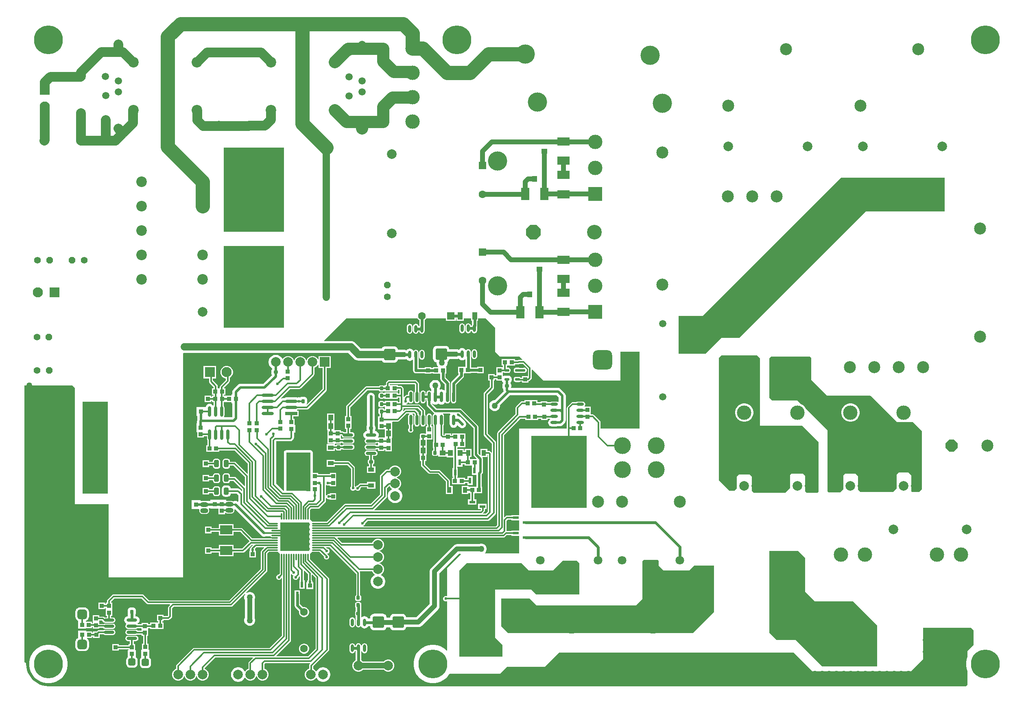
<source format=gtl>
G04*
G04 #@! TF.GenerationSoftware,Altium Limited,Altium Designer,21.6.1 (37)*
G04*
G04 Layer_Physical_Order=1*
G04 Layer_Color=255*
%FSLAX42Y42*%
%MOMM*%
G71*
G04*
G04 #@! TF.SameCoordinates,B70E1F55-CC3E-4890-BAB1-BD4C742E8824*
G04*
G04*
G04 #@! TF.FilePolarity,Positive*
G04*
G01*
G75*
%ADD14C,0.60*%
%ADD16C,0.30*%
%ADD21R,0.85X0.85*%
%ADD22R,0.60X1.30*%
%ADD23R,0.85X0.85*%
%ADD24R,1.30X0.60*%
G04:AMPARAMS|DCode=25|XSize=0.8mm|YSize=0.75mm|CornerRadius=0.19mm|HoleSize=0mm|Usage=FLASHONLY|Rotation=270.000|XOffset=0mm|YOffset=0mm|HoleType=Round|Shape=RoundedRectangle|*
%AMROUNDEDRECTD25*
21,1,0.80,0.38,0,0,270.0*
21,1,0.43,0.75,0,0,270.0*
1,1,0.38,-0.19,-0.21*
1,1,0.38,-0.19,0.21*
1,1,0.38,0.19,0.21*
1,1,0.38,0.19,-0.21*
%
%ADD25ROUNDEDRECTD25*%
%ADD26O,1.40X0.30*%
%ADD27O,0.30X1.40*%
%ADD28O,0.60X2.20*%
G04:AMPARAMS|DCode=29|XSize=2.4mm|YSize=2.4mm|CornerRadius=0.3mm|HoleSize=0mm|Usage=FLASHONLY|Rotation=90.000|XOffset=0mm|YOffset=0mm|HoleType=Round|Shape=RoundedRectangle|*
%AMROUNDEDRECTD29*
21,1,2.40,1.80,0,0,90.0*
21,1,1.80,2.40,0,0,90.0*
1,1,0.60,0.90,0.90*
1,1,0.60,0.90,-0.90*
1,1,0.60,-0.90,-0.90*
1,1,0.60,-0.90,0.90*
%
%ADD29ROUNDEDRECTD29*%
G04:AMPARAMS|DCode=30|XSize=1mm|YSize=1.6mm|CornerRadius=0.25mm|HoleSize=0mm|Usage=FLASHONLY|Rotation=90.000|XOffset=0mm|YOffset=0mm|HoleType=Round|Shape=RoundedRectangle|*
%AMROUNDEDRECTD30*
21,1,1.00,1.10,0,0,90.0*
21,1,0.50,1.60,0,0,90.0*
1,1,0.50,0.55,0.25*
1,1,0.50,0.55,-0.25*
1,1,0.50,-0.55,-0.25*
1,1,0.50,-0.55,0.25*
%
%ADD30ROUNDEDRECTD30*%
%ADD31R,1.00X1.25*%
%ADD32O,2.20X0.60*%
G04:AMPARAMS|DCode=33|XSize=0.8mm|YSize=0.75mm|CornerRadius=0.19mm|HoleSize=0mm|Usage=FLASHONLY|Rotation=180.000|XOffset=0mm|YOffset=0mm|HoleType=Round|Shape=RoundedRectangle|*
%AMROUNDEDRECTD33*
21,1,0.80,0.38,0,0,180.0*
21,1,0.43,0.75,0,0,180.0*
1,1,0.38,-0.21,0.19*
1,1,0.38,0.21,0.19*
1,1,0.38,0.21,-0.19*
1,1,0.38,-0.21,-0.19*
%
%ADD33ROUNDEDRECTD33*%
%ADD34R,1.22X0.91*%
%ADD35R,1.25X1.00*%
G04:AMPARAMS|DCode=36|XSize=1.02mm|YSize=1.52mm|CornerRadius=0.25mm|HoleSize=0mm|Usage=FLASHONLY|Rotation=180.000|XOffset=0mm|YOffset=0mm|HoleType=Round|Shape=RoundedRectangle|*
%AMROUNDEDRECTD36*
21,1,1.02,1.02,0,0,180.0*
21,1,0.51,1.52,0,0,180.0*
1,1,0.51,-0.25,0.51*
1,1,0.51,0.25,0.51*
1,1,0.51,0.25,-0.51*
1,1,0.51,-0.25,-0.51*
%
%ADD36ROUNDEDRECTD36*%
%ADD37R,1.00X1.60*%
G04:AMPARAMS|DCode=38|XSize=0.55mm|YSize=1mm|CornerRadius=0.14mm|HoleSize=0mm|Usage=FLASHONLY|Rotation=90.000|XOffset=0mm|YOffset=0mm|HoleType=Round|Shape=RoundedRectangle|*
%AMROUNDEDRECTD38*
21,1,0.55,0.73,0,0,90.0*
21,1,0.28,1.00,0,0,90.0*
1,1,0.28,0.36,0.14*
1,1,0.28,0.36,-0.14*
1,1,0.28,-0.36,-0.14*
1,1,0.28,-0.36,0.14*
%
%ADD38ROUNDEDRECTD38*%
G04:AMPARAMS|DCode=39|XSize=1.55mm|YSize=0.6mm|CornerRadius=0.3mm|HoleSize=0mm|Usage=FLASHONLY|Rotation=270.000|XOffset=0mm|YOffset=0mm|HoleType=Round|Shape=RoundedRectangle|*
%AMROUNDEDRECTD39*
21,1,1.55,0.00,0,0,270.0*
21,1,0.95,0.60,0,0,270.0*
1,1,0.60,0.00,-0.48*
1,1,0.60,0.00,0.48*
1,1,0.60,0.00,0.48*
1,1,0.60,0.00,-0.48*
%
%ADD39ROUNDEDRECTD39*%
%ADD40R,2.50X0.70*%
%ADD41O,2.50X0.70*%
G04:AMPARAMS|DCode=42|XSize=1.55mm|YSize=0.6mm|CornerRadius=0.3mm|HoleSize=0mm|Usage=FLASHONLY|Rotation=180.000|XOffset=0mm|YOffset=0mm|HoleType=Round|Shape=RoundedRectangle|*
%AMROUNDEDRECTD42*
21,1,1.55,0.00,0,0,180.0*
21,1,0.95,0.60,0,0,180.0*
1,1,0.60,-0.48,0.00*
1,1,0.60,0.48,0.00*
1,1,0.60,0.48,0.00*
1,1,0.60,-0.48,0.00*
%
%ADD42ROUNDEDRECTD42*%
%ADD43R,1.70X2.50*%
%ADD44R,0.91X1.22*%
%ADD45R,2.60X1.90*%
%ADD46R,2.50X1.70*%
%ADD108C,1.00*%
%ADD109C,2.00*%
%ADD110C,0.50*%
%ADD111C,1.20*%
%ADD112C,2.50*%
%ADD113C,3.00*%
%ADD114C,1.50*%
%ADD115C,2.00*%
%ADD116R,2.00X2.00*%
%ADD117C,1.60*%
%ADD118C,1.80*%
%ADD119C,2.50*%
%ADD120O,1.70X1.00*%
%ADD121P,2.71X8X292.5*%
%ADD122C,1.40*%
%ADD123P,1.52X8X202.5*%
%ADD124P,1.52X8X292.5*%
%ADD125C,3.50*%
%ADD126C,2.10*%
%ADD127R,2.10X2.10*%
%ADD128R,2.10X2.10*%
%ADD129C,1.50*%
%ADD130C,2.20*%
%ADD131C,0.70*%
%ADD132C,6.00*%
G04:AMPARAMS|DCode=133|XSize=1.52mm|YSize=1.52mm|CornerRadius=0.38mm|HoleSize=0mm|Usage=FLASHONLY|Rotation=90.000|XOffset=0mm|YOffset=0mm|HoleType=Round|Shape=RoundedRectangle|*
%AMROUNDEDRECTD133*
21,1,1.52,0.76,0,0,90.0*
21,1,0.76,1.52,0,0,90.0*
1,1,0.76,0.38,0.38*
1,1,0.76,0.38,-0.38*
1,1,0.76,-0.38,-0.38*
1,1,0.76,-0.38,0.38*
%
%ADD133ROUNDEDRECTD133*%
%ADD134C,3.00*%
%ADD135R,3.00X3.00*%
%ADD136C,4.00*%
%ADD137P,2.16X8X22.5*%
%ADD138R,1.60X1.60*%
G04:AMPARAMS|DCode=139|XSize=4mm|YSize=4mm|CornerRadius=1mm|HoleSize=0mm|Usage=FLASHONLY|Rotation=0.000|XOffset=0mm|YOffset=0mm|HoleType=Round|Shape=RoundedRectangle|*
%AMROUNDEDRECTD139*
21,1,4.00,2.00,0,0,0.0*
21,1,2.00,4.00,0,0,0.0*
1,1,2.00,1.00,-1.00*
1,1,2.00,-1.00,-1.00*
1,1,2.00,-1.00,1.00*
1,1,2.00,1.00,1.00*
%
%ADD139ROUNDEDRECTD139*%
%ADD140C,1.52*%
G04:AMPARAMS|DCode=141|XSize=2mm|YSize=2mm|CornerRadius=0.5mm|HoleSize=0mm|Usage=FLASHONLY|Rotation=0.000|XOffset=0mm|YOffset=0mm|HoleType=Round|Shape=RoundedRectangle|*
%AMROUNDEDRECTD141*
21,1,2.00,1.00,0,0,0.0*
21,1,1.00,2.00,0,0,0.0*
1,1,1.00,0.50,-0.50*
1,1,1.00,-0.50,-0.50*
1,1,1.00,-0.50,0.50*
1,1,1.00,0.50,0.50*
%
%ADD141ROUNDEDRECTD141*%
G04:AMPARAMS|DCode=142|XSize=2mm|YSize=2mm|CornerRadius=0.5mm|HoleSize=0mm|Usage=FLASHONLY|Rotation=90.000|XOffset=0mm|YOffset=0mm|HoleType=Round|Shape=RoundedRectangle|*
%AMROUNDEDRECTD142*
21,1,2.00,1.00,0,0,90.0*
21,1,1.00,2.00,0,0,90.0*
1,1,1.00,0.50,0.50*
1,1,1.00,0.50,-0.50*
1,1,1.00,-0.50,-0.50*
1,1,1.00,-0.50,0.50*
%
%ADD142ROUNDEDRECTD142*%
%ADD143P,3.30X8X202.5*%
%ADD144R,1.60X1.60*%
%ADD145C,3.05*%
%ADD146P,2.71X8X22.5*%
%ADD147C,1.27*%
%ADD148C,0.60*%
%ADD149C,0.80*%
G36*
X5400Y8000D02*
X4150D01*
Y9750D01*
X5400D01*
Y8000D01*
D02*
G37*
G36*
X9800Y6000D02*
Y5500D01*
X9900Y5400D01*
X10300D01*
X10360Y5340D01*
X10355Y5329D01*
X10284D01*
X10268Y5326D01*
X10261Y5321D01*
X10208D01*
Y5348D01*
X10081D01*
X10072Y5348D01*
X10059Y5348D01*
X9932D01*
Y5212D01*
X9959D01*
Y5190D01*
X9958Y5178D01*
X9822D01*
Y5051D01*
X9822Y5042D01*
X9822Y5029D01*
Y5011D01*
X9788D01*
Y5038D01*
X9652D01*
Y4902D01*
X9689D01*
Y4772D01*
X9571Y4654D01*
X9562Y4641D01*
X9559Y4625D01*
Y3783D01*
X9562Y3767D01*
X9571Y3753D01*
X9731Y3593D01*
Y3407D01*
X9719Y3404D01*
X9717Y3407D01*
X9699Y3424D01*
X9686Y3433D01*
X9670Y3436D01*
X9633D01*
Y3481D01*
X9492D01*
Y3358D01*
X9480Y3353D01*
X9449Y3384D01*
Y3935D01*
X9445Y3955D01*
X9434Y3971D01*
X9101Y4304D01*
X9085Y4315D01*
X9065Y4319D01*
X8576D01*
X8480Y4415D01*
X8481Y4418D01*
X8487Y4420D01*
X8495Y4421D01*
X8510Y4410D01*
X8529Y4402D01*
X8550Y4399D01*
X8571Y4402D01*
X8590Y4410D01*
X8605Y4421D01*
X8613Y4423D01*
X8614D01*
X8622Y4421D01*
X8637Y4410D01*
X8656Y4402D01*
X8677Y4399D01*
X8698Y4402D01*
X8717Y4410D01*
X8734Y4423D01*
X8747Y4440D01*
X8748Y4443D01*
X8761Y4445D01*
X8764Y4440D01*
X8782Y4428D01*
X8804Y4424D01*
X8826Y4428D01*
X8844Y4440D01*
X8856Y4458D01*
X8860Y4480D01*
Y4640D01*
Y4846D01*
X8856Y4868D01*
X8844Y4886D01*
X8844Y4886D01*
X8766Y4963D01*
Y5042D01*
X8778D01*
Y5178D01*
X8776D01*
X8771Y5191D01*
X8781Y5200D01*
X8796Y5226D01*
X8804Y5255D01*
Y5285D01*
X8802Y5291D01*
X8805Y5293D01*
X8822Y5305D01*
X8835Y5322D01*
X8843Y5342D01*
X8844Y5352D01*
X8943D01*
X8944Y5352D01*
X8997D01*
X9017Y5354D01*
X9027Y5359D01*
X9040Y5362D01*
X9052Y5345D01*
X9069Y5333D01*
X9089Y5325D01*
X9110Y5322D01*
X9130Y5325D01*
X9150Y5333D01*
X9167Y5345D01*
X9167Y5346D01*
X9180Y5342D01*
Y5197D01*
X9171Y5188D01*
X9162D01*
X9149Y5188D01*
X9022D01*
Y5052D01*
X9034D01*
Y5023D01*
X8891Y4881D01*
X8879Y4863D01*
X8875Y4841D01*
X8875Y4841D01*
Y4640D01*
Y4560D01*
Y4480D01*
X8879Y4458D01*
X8891Y4440D01*
X8909Y4428D01*
X8931Y4424D01*
X8953Y4428D01*
X8971Y4440D01*
X8983Y4458D01*
X8987Y4480D01*
Y4640D01*
Y4818D01*
X9130Y4960D01*
X9130Y4960D01*
X9142Y4978D01*
X9146Y5000D01*
Y5043D01*
X9155Y5052D01*
X9171Y5052D01*
X9298D01*
Y5064D01*
X9422D01*
Y5052D01*
X9558D01*
Y5188D01*
X9422D01*
Y5176D01*
X9298D01*
Y5188D01*
X9293D01*
Y5450D01*
Y5497D01*
X9289Y5519D01*
X9276Y5537D01*
X9258Y5550D01*
X9236Y5554D01*
X9215Y5550D01*
X9197Y5537D01*
X9194Y5533D01*
X9181Y5534D01*
X9179Y5538D01*
X9167Y5555D01*
X9150Y5567D01*
X9130Y5575D01*
X9110Y5578D01*
X9089Y5575D01*
X9069Y5567D01*
X9052Y5555D01*
X9041Y5539D01*
X9035Y5543D01*
X9017Y5551D01*
X8997Y5553D01*
X8944D01*
X8943Y5553D01*
X8844D01*
X8843Y5563D01*
X8835Y5583D01*
X8822Y5600D01*
X8805Y5612D01*
X8786Y5620D01*
X8765Y5623D01*
X8585D01*
X8564Y5620D01*
X8545Y5612D01*
X8528Y5600D01*
X8515Y5583D01*
X8507Y5563D01*
X8504Y5542D01*
Y5362D01*
X8507Y5342D01*
X8515Y5322D01*
X8528Y5305D01*
X8545Y5293D01*
X8564Y5285D01*
X8576Y5283D01*
Y5255D01*
X8584Y5226D01*
X8599Y5200D01*
X8609Y5191D01*
X8604Y5178D01*
X8502D01*
Y5166D01*
X8468D01*
Y5178D01*
X8332D01*
Y5166D01*
X8203D01*
Y5440D01*
Y5488D01*
X8199Y5509D01*
X8186Y5527D01*
X8168Y5540D01*
X8146Y5544D01*
X8125Y5540D01*
X8107Y5527D01*
X8104Y5523D01*
X8091Y5524D01*
X8089Y5528D01*
X8077Y5545D01*
X8060Y5557D01*
X8040Y5565D01*
X8019Y5568D01*
X7999Y5565D01*
X7979Y5557D01*
X7962Y5545D01*
X7952Y5531D01*
X7935Y5538D01*
X7915Y5541D01*
X7862D01*
X7860Y5541D01*
X7772D01*
X7770Y5556D01*
X7762Y5575D01*
X7750Y5592D01*
X7733Y5605D01*
X7713Y5613D01*
X7693Y5616D01*
X7512D01*
X7492Y5613D01*
X7472Y5605D01*
X7455Y5592D01*
X7443Y5575D01*
X7441Y5571D01*
X7002D01*
X6884Y5689D01*
X6858Y5709D01*
X6828Y5722D01*
X6795Y5726D01*
X6243D01*
X6238Y5738D01*
X6700Y6200D01*
X8182D01*
X8191Y6185D01*
X8210Y6166D01*
X8219Y6161D01*
Y6036D01*
X8201D01*
X8199Y6049D01*
X8186Y6067D01*
X8168Y6080D01*
X8146Y6084D01*
X8125Y6080D01*
X8107Y6067D01*
X8094Y6049D01*
X8090Y6028D01*
Y5933D01*
X8094Y5911D01*
X8107Y5893D01*
X8125Y5880D01*
X8146Y5876D01*
X8168Y5880D01*
X8186Y5893D01*
X8199Y5911D01*
X8201Y5924D01*
X8219D01*
X8221Y5911D01*
X8234Y5893D01*
X8252Y5880D01*
X8274Y5876D01*
X8295Y5880D01*
X8313Y5893D01*
X8326Y5911D01*
X8330Y5933D01*
Y6021D01*
X8331Y6029D01*
X8331Y6029D01*
Y6161D01*
X8340Y6166D01*
X8359Y6185D01*
X8368Y6200D01*
X8770D01*
Y6145D01*
X8980D01*
Y6194D01*
X8995D01*
Y6145D01*
X9145D01*
Y6200D01*
X9295D01*
Y6145D01*
X9314D01*
Y6062D01*
X9311Y6059D01*
X9309Y6046D01*
X9291D01*
X9289Y6059D01*
X9276Y6077D01*
X9258Y6090D01*
X9236Y6094D01*
X9215Y6090D01*
X9197Y6077D01*
X9184Y6059D01*
X9180Y6038D01*
Y5942D01*
X9184Y5921D01*
X9197Y5903D01*
X9215Y5890D01*
X9236Y5886D01*
X9258Y5890D01*
X9276Y5903D01*
X9289Y5921D01*
X9291Y5934D01*
X9309D01*
X9311Y5921D01*
X9324Y5903D01*
X9342Y5890D01*
X9364Y5886D01*
X9385Y5890D01*
X9403Y5903D01*
X9416Y5921D01*
X9420Y5942D01*
Y6019D01*
X9422Y6022D01*
X9426Y6044D01*
X9426Y6044D01*
Y6145D01*
X9445D01*
Y6200D01*
X9600D01*
X9800Y6000D01*
D02*
G37*
G36*
X5400D02*
X4150D01*
Y7700D01*
X5400D01*
Y6000D01*
D02*
G37*
G36*
X19152Y8425D02*
X19150Y8422D01*
X17510D01*
X14877Y5790D01*
X14502D01*
X14175Y5462D01*
X13612D01*
Y6245D01*
X14115D01*
X16997Y9127D01*
X19152Y9128D01*
Y8425D01*
D02*
G37*
G36*
X12800Y3900D02*
X11991D01*
Y4030D01*
X11988Y4046D01*
X11979Y4059D01*
X11855Y4183D01*
X11842Y4192D01*
X11826Y4195D01*
X11797D01*
X11788Y4204D01*
X11788Y4218D01*
X11788Y4231D01*
Y4358D01*
X11662D01*
X11660Y4362D01*
X11657Y4371D01*
X11667Y4387D01*
X11672Y4408D01*
X11667Y4430D01*
X11655Y4448D01*
X11637Y4460D01*
X11615Y4465D01*
X11520D01*
X11499Y4460D01*
X11482Y4449D01*
X11408D01*
X11392Y4446D01*
X11379Y4437D01*
X11301Y4359D01*
X11292Y4346D01*
X11289Y4330D01*
Y3910D01*
Y3900D01*
X10300D01*
Y2100D01*
X10135D01*
Y2091D01*
X10043D01*
X10027Y2088D01*
X10013Y2079D01*
X9990Y2056D01*
X9979Y2061D01*
Y3760D01*
X10322Y4104D01*
X10384D01*
X10384Y4104D01*
X10422D01*
Y4077D01*
X10558D01*
Y4077D01*
X10562D01*
Y4077D01*
X10698D01*
Y4108D01*
X10750D01*
Y4082D01*
X10885D01*
Y4108D01*
X10935D01*
X10938Y4102D01*
X10938Y4096D01*
X10923Y4084D01*
X10910Y4067D01*
X10902Y4048D01*
X10900Y4027D01*
X10902Y4006D01*
X10910Y3987D01*
X10923Y3970D01*
X10940Y3957D01*
X10959Y3949D01*
X10980Y3946D01*
X11075D01*
X11096Y3949D01*
X11106Y3953D01*
X11149D01*
X11169Y3956D01*
X11187Y3964D01*
X11203Y3976D01*
X11243Y4017D01*
X11256Y4032D01*
X11263Y4050D01*
X11266Y4070D01*
Y4252D01*
Y4587D01*
X11266Y4588D01*
X11263Y4607D01*
X11256Y4625D01*
X11243Y4641D01*
X11158Y4726D01*
X11143Y4738D01*
X11125Y4746D01*
X11105Y4748D01*
X10139D01*
X10129Y4761D01*
X10131Y4771D01*
Y4809D01*
X10128Y4827D01*
X10121Y4843D01*
X10117Y4849D01*
X10118Y4863D01*
X10122Y4865D01*
X10136Y4886D01*
X10141Y4911D01*
Y4939D01*
X10136Y4964D01*
X10122Y4985D01*
X10101Y4999D01*
X10076Y5004D01*
X10004D01*
X9979Y4999D01*
X9969Y4992D01*
X9958Y4998D01*
X9958Y5038D01*
X9958Y5051D01*
Y5074D01*
X9975D01*
X9976Y5073D01*
X9988Y5064D01*
X10004Y5061D01*
X10076D01*
X10092Y5064D01*
X10104Y5073D01*
X10113Y5086D01*
X10116Y5101D01*
Y5129D01*
X10113Y5144D01*
X10104Y5157D01*
X10092Y5166D01*
X10076Y5169D01*
X10041D01*
Y5203D01*
X10050Y5212D01*
X10068Y5212D01*
X10081Y5212D01*
X10208D01*
Y5239D01*
X10276D01*
X10292Y5242D01*
X10299Y5246D01*
X10375D01*
X10479Y5143D01*
Y4998D01*
X10352D01*
Y4964D01*
X10327D01*
X10324Y4967D01*
X10312Y4976D01*
X10296Y4979D01*
X10224D01*
X10208Y4976D01*
X10196Y4967D01*
X10187Y4954D01*
X10184Y4939D01*
Y4911D01*
X10187Y4896D01*
X10196Y4883D01*
X10208Y4874D01*
X10224Y4871D01*
X10296D01*
X10312Y4874D01*
X10322Y4881D01*
X10352D01*
Y4862D01*
X10488D01*
Y4889D01*
X10490D01*
X10506Y4892D01*
X10519Y4901D01*
X10549Y4931D01*
X10558Y4944D01*
X10561Y4960D01*
Y5122D01*
X10573Y5127D01*
X10800Y4900D01*
X12400D01*
Y5500D01*
X12800D01*
Y3900D01*
D02*
G37*
G36*
X3330Y5474D02*
X3480D01*
X5900Y5474D01*
X6743D01*
X6861Y5356D01*
X6887Y5336D01*
X6917Y5323D01*
X6950Y5319D01*
X7441D01*
X7443Y5315D01*
X7455Y5298D01*
X7472Y5285D01*
X7492Y5277D01*
X7512Y5274D01*
X7693D01*
X7713Y5277D01*
X7733Y5285D01*
X7750Y5298D01*
X7762Y5315D01*
X7770Y5334D01*
X7771Y5339D01*
X7860D01*
X7862Y5339D01*
X7915D01*
X7935Y5342D01*
X7952Y5349D01*
X7962Y5335D01*
X7979Y5323D01*
X7999Y5315D01*
X8019Y5312D01*
X8040Y5315D01*
X8060Y5323D01*
X8077Y5335D01*
X8077Y5336D01*
X8090Y5332D01*
Y5114D01*
X8090Y5113D01*
X8094Y5092D01*
X8107Y5074D01*
X8110Y5070D01*
X8110Y5070D01*
X8128Y5058D01*
X8150Y5054D01*
X8150Y5054D01*
X8332D01*
Y5042D01*
X8468D01*
Y5054D01*
X8502D01*
Y5042D01*
X8638D01*
Y5042D01*
X8641D01*
X8654Y5039D01*
Y4940D01*
X8654Y4940D01*
X8658Y4918D01*
X8670Y4900D01*
X8748Y4823D01*
Y4700D01*
X8735Y4696D01*
X8734Y4697D01*
X8717Y4710D01*
X8698Y4718D01*
X8677Y4721D01*
X8656Y4718D01*
X8652Y4716D01*
X8638Y4724D01*
X8638Y4728D01*
X8641Y4730D01*
X8656Y4756D01*
X8664Y4785D01*
Y4815D01*
X8656Y4844D01*
X8641Y4870D01*
X8620Y4891D01*
X8594Y4906D01*
X8565Y4913D01*
X8535D01*
X8506Y4906D01*
X8480Y4891D01*
X8459Y4870D01*
X8444Y4844D01*
X8436Y4815D01*
Y4785D01*
X8444Y4756D01*
X8459Y4730D01*
X8469Y4720D01*
Y4691D01*
X8457Y4684D01*
X8445Y4692D01*
X8423Y4696D01*
X8401Y4692D01*
X8383Y4680D01*
X8371Y4662D01*
X8367Y4640D01*
Y4611D01*
X8352D01*
Y4640D01*
X8348Y4662D01*
X8336Y4680D01*
X8318Y4692D01*
X8296Y4696D01*
X8274Y4692D01*
X8256Y4680D01*
X8244Y4662D01*
X8240Y4640D01*
Y4480D01*
X8244Y4458D01*
X8256Y4440D01*
X8274Y4428D01*
X8296Y4424D01*
X8318Y4428D01*
X8336Y4440D01*
X8348Y4458D01*
X8352Y4480D01*
Y4509D01*
X8367D01*
Y4480D01*
X8371Y4458D01*
X8372Y4457D01*
Y4399D01*
X8376Y4380D01*
X8387Y4363D01*
X8519Y4231D01*
X8528Y4225D01*
X8528Y4220D01*
X8526Y4211D01*
X8510Y4200D01*
X8498Y4182D01*
X8494Y4160D01*
Y4000D01*
X8498Y3978D01*
X8508Y3964D01*
Y3628D01*
X8497D01*
Y3492D01*
X8508D01*
Y3458D01*
X8497Y3451D01*
X8487Y3436D01*
X8484Y3419D01*
Y3376D01*
X8487Y3359D01*
X8497Y3344D01*
X8512Y3335D01*
X8529Y3331D01*
X8566D01*
X8583Y3335D01*
X8598Y3344D01*
X8602Y3350D01*
X8615Y3346D01*
Y3317D01*
X8790D01*
X8792Y3305D01*
Y3305D01*
X8928D01*
Y3078D01*
X8910D01*
Y2897D01*
X8923D01*
Y2880D01*
X8895D01*
Y2745D01*
X9022D01*
X9030Y2745D01*
X9043Y2745D01*
X9170D01*
Y2771D01*
X9217D01*
Y2727D01*
X9328D01*
Y2908D01*
X9217D01*
Y2854D01*
X9170D01*
Y2880D01*
X9043D01*
X9035Y2880D01*
X9022Y2880D01*
X9005D01*
Y2897D01*
X9020D01*
Y3078D01*
X9010D01*
Y3107D01*
X9115D01*
Y3156D01*
X9165D01*
Y3130D01*
X9292D01*
X9300Y3130D01*
X9310D01*
X9312Y3118D01*
X9312D01*
Y2937D01*
X9411D01*
Y2908D01*
X9407D01*
Y2727D01*
X9411D01*
Y2702D01*
X9402Y2693D01*
X9392Y2693D01*
X9379Y2693D01*
X9252D01*
Y2693D01*
X9241Y2697D01*
Y2711D01*
X9099D01*
Y2539D01*
X9241D01*
Y2553D01*
X9252Y2557D01*
Y2557D01*
X9279D01*
Y2428D01*
X9230D01*
Y2317D01*
X9410D01*
Y2428D01*
X9361D01*
Y2548D01*
X9370Y2557D01*
X9388Y2557D01*
X9401Y2557D01*
X9528D01*
Y2693D01*
X9514D01*
Y2727D01*
X9518D01*
Y2908D01*
X9514D01*
Y2946D01*
X9529Y2961D01*
X9540Y2978D01*
X9544Y2998D01*
Y3267D01*
X9540Y3287D01*
X9534Y3296D01*
X9541Y3309D01*
X9633D01*
Y3354D01*
X9646D01*
Y2177D01*
X9598Y2129D01*
X9551D01*
X9546Y2140D01*
X9569Y2163D01*
X9578Y2177D01*
X9581Y2192D01*
Y2222D01*
X9620D01*
Y2333D01*
X9440D01*
Y2222D01*
X9498D01*
X9499Y2209D01*
X9488Y2199D01*
X7290D01*
X7285Y2211D01*
X7534Y2461D01*
X7543Y2474D01*
X7546Y2490D01*
Y2655D01*
X7589Y2698D01*
X7605Y2696D01*
X7615Y2679D01*
X7638Y2655D01*
X7649Y2649D01*
X7648Y2636D01*
X7644Y2634D01*
X7619Y2618D01*
X7598Y2597D01*
X7582Y2573D01*
X7571Y2545D01*
X7565Y2516D01*
Y2487D01*
X7571Y2458D01*
X7582Y2430D01*
X7598Y2406D01*
X7619Y2385D01*
X7644Y2369D01*
X7671Y2357D01*
X7700Y2351D01*
X7730D01*
X7759Y2357D01*
X7786Y2369D01*
X7811Y2385D01*
X7832Y2406D01*
X7848Y2430D01*
X7859Y2458D01*
X7865Y2487D01*
Y2516D01*
X7859Y2545D01*
X7848Y2573D01*
X7832Y2597D01*
X7811Y2618D01*
X7786Y2634D01*
X7782Y2636D01*
X7781Y2649D01*
X7792Y2655D01*
X7815Y2679D01*
X7832Y2707D01*
X7840Y2739D01*
Y2772D01*
X7832Y2804D01*
X7815Y2832D01*
X7792Y2856D01*
X7763Y2872D01*
X7750Y2876D01*
Y2889D01*
X7763Y2893D01*
X7792Y2909D01*
X7815Y2933D01*
X7832Y2961D01*
X7840Y2993D01*
Y3026D01*
X7832Y3058D01*
X7815Y3086D01*
X7792Y3110D01*
X7763Y3126D01*
X7732Y3135D01*
X7698D01*
X7667Y3126D01*
X7638Y3110D01*
X7615Y3086D01*
X7598Y3058D01*
X7596Y3051D01*
X7547D01*
X7531Y3048D01*
X7518Y3039D01*
X7413Y2934D01*
X7404Y2921D01*
X7401Y2905D01*
Y2527D01*
X7208Y2334D01*
X6678D01*
X6662Y2331D01*
X6648Y2322D01*
X6293Y1966D01*
X6050D01*
X6034Y1963D01*
X6031Y1961D01*
X5995D01*
X5992Y1960D01*
X5977Y1969D01*
X5977Y1970D01*
X5966Y1986D01*
X5950Y1997D01*
X5949Y1997D01*
X5940Y2012D01*
X5941Y2015D01*
Y2051D01*
X5943Y2054D01*
X5946Y2070D01*
Y2213D01*
X5967Y2234D01*
X6112D01*
X6128Y2237D01*
X6142Y2246D01*
X6262Y2366D01*
X6271Y2379D01*
X6274Y2395D01*
Y2455D01*
X6286Y2458D01*
X6288Y2454D01*
X6304Y2438D01*
X6324Y2430D01*
X6346D01*
X6355Y2424D01*
Y2417D01*
X6490D01*
Y2553D01*
X6355D01*
Y2546D01*
X6346Y2540D01*
X6324D01*
X6304Y2532D01*
X6288Y2516D01*
X6286Y2512D01*
X6274Y2515D01*
Y2721D01*
X6285Y2726D01*
X6289Y2723D01*
X6309Y2715D01*
X6331D01*
X6342Y2719D01*
X6355Y2711D01*
Y2700D01*
X6490D01*
Y2835D01*
X6490D01*
Y2847D01*
X6490D01*
Y2983D01*
X6355D01*
Y2954D01*
X6115D01*
Y2980D01*
X6001D01*
Y3400D01*
X5997Y3420D01*
X5986Y3436D01*
X5970Y3447D01*
X5950Y3451D01*
X5450D01*
X5430Y3447D01*
X5414Y3436D01*
X5403Y3420D01*
X5399Y3400D01*
Y2613D01*
X5391Y2609D01*
X5387Y2608D01*
X5239Y2756D01*
Y3632D01*
X5243Y3636D01*
X5535D01*
X5556Y3641D01*
X5575Y3653D01*
X5597Y3675D01*
X5609Y3694D01*
X5614Y3715D01*
Y3815D01*
X5640D01*
Y3980D01*
X5625D01*
Y4105D01*
X5599D01*
Y4154D01*
X5706D01*
Y4275D01*
X5677D01*
X5673Y4288D01*
X5689Y4298D01*
X5690Y4300D01*
X5879D01*
X5895Y4304D01*
X5908Y4312D01*
X6279Y4683D01*
X6288Y4697D01*
X6291Y4712D01*
Y5040D01*
X6289Y5050D01*
Y5162D01*
X6373D01*
Y5413D01*
X6123D01*
Y5346D01*
X6120Y5345D01*
X6104Y5348D01*
X6094Y5364D01*
X6071Y5388D01*
X6042Y5404D01*
X6011Y5413D01*
X5977D01*
X5946Y5404D01*
X5917Y5388D01*
X5894Y5364D01*
X5877Y5336D01*
X5874Y5323D01*
X5860D01*
X5857Y5336D01*
X5840Y5364D01*
X5817Y5388D01*
X5788Y5404D01*
X5757Y5413D01*
X5723D01*
X5692Y5404D01*
X5663Y5388D01*
X5640Y5364D01*
X5623Y5336D01*
X5620Y5323D01*
X5606D01*
X5603Y5336D01*
X5586Y5364D01*
X5563Y5388D01*
X5534Y5404D01*
X5503Y5413D01*
X5469D01*
X5438Y5404D01*
X5409Y5388D01*
X5386Y5364D01*
X5379Y5354D01*
X5367Y5354D01*
X5365Y5359D01*
X5349Y5383D01*
X5328Y5404D01*
X5303Y5420D01*
X5276Y5432D01*
X5247Y5438D01*
X5217D01*
X5188Y5432D01*
X5161Y5420D01*
X5136Y5404D01*
X5115Y5383D01*
X5099Y5359D01*
X5088Y5331D01*
X5082Y5302D01*
Y5273D01*
X5088Y5244D01*
X5099Y5216D01*
X5115Y5192D01*
X5136Y5171D01*
X5156Y5158D01*
Y5139D01*
X5149Y5131D01*
X5142Y5114D01*
X5140Y5096D01*
Y5059D01*
X5142Y5041D01*
X5149Y5024D01*
X5153Y5020D01*
X4969Y4836D01*
X4500D01*
X4500Y4836D01*
X4480Y4833D01*
X4462Y4826D01*
X4447Y4813D01*
X4349Y4716D01*
X4337Y4700D01*
X4329Y4682D01*
X4327Y4662D01*
Y4612D01*
X4310D01*
Y4588D01*
X4195D01*
Y4588D01*
X4183Y4588D01*
Y4588D01*
X4150D01*
Y4602D01*
X4183D01*
Y4738D01*
X4154D01*
X4151Y4751D01*
X4262Y4861D01*
X4271Y4874D01*
X4274Y4890D01*
Y4961D01*
X4290Y4971D01*
X4314Y4995D01*
X4332Y5025D01*
X4340Y5058D01*
Y5092D01*
X4332Y5125D01*
X4314Y5155D01*
X4290Y5179D01*
X4260Y5197D01*
X4227Y5205D01*
X4193D01*
X4160Y5197D01*
X4130Y5179D01*
X4106Y5155D01*
X4088Y5125D01*
X4080Y5092D01*
Y5058D01*
X4088Y5025D01*
X4106Y4995D01*
X4130Y4971D01*
X4160Y4953D01*
X4191Y4945D01*
Y4907D01*
X4079Y4795D01*
X4070Y4782D01*
X4067Y4766D01*
Y4738D01*
X4047D01*
Y4738D01*
X4043D01*
Y4738D01*
X4023D01*
Y4783D01*
X4020Y4799D01*
X4011Y4813D01*
X3924Y4900D01*
Y4945D01*
X3990D01*
Y5205D01*
X3730D01*
Y4945D01*
X3841D01*
Y4883D01*
X3844Y4867D01*
X3853Y4853D01*
X3940Y4766D01*
Y4738D01*
X3907D01*
Y4602D01*
X3940D01*
Y4588D01*
X3907D01*
Y4561D01*
X3885D01*
Y4588D01*
X3750D01*
Y4452D01*
X3885D01*
Y4479D01*
X3907D01*
Y4452D01*
X3940D01*
Y4385D01*
X3937Y4382D01*
X3935Y4381D01*
X3920Y4384D01*
X3912Y4395D01*
X3895Y4407D01*
X3875Y4415D01*
X3854Y4418D01*
X3834Y4415D01*
X3814Y4407D01*
X3797Y4395D01*
X3785Y4378D01*
X3777Y4358D01*
X3776Y4355D01*
X3765Y4350D01*
X3765Y4350D01*
X3765Y4350D01*
X3580D01*
Y4165D01*
X3596D01*
Y4068D01*
X3594Y4059D01*
Y4012D01*
X3578D01*
Y3828D01*
X3602D01*
Y3712D01*
X3738D01*
Y3739D01*
X3798D01*
Y3697D01*
X3802Y3676D01*
X3811Y3663D01*
Y3558D01*
X3782D01*
Y3422D01*
X3918D01*
Y3422D01*
X3922D01*
Y3422D01*
X4058D01*
Y3449D01*
X4375D01*
X4649Y3175D01*
Y2966D01*
X4637Y2961D01*
X4399Y3199D01*
X4386Y3208D01*
X4370Y3211D01*
X4279D01*
Y3221D01*
X4275Y3241D01*
X4264Y3257D01*
X4247Y3269D01*
X4227Y3273D01*
X4176D01*
X4156Y3269D01*
X4140Y3257D01*
X4128Y3241D01*
X4124Y3221D01*
Y3119D01*
X4128Y3099D01*
X4140Y3083D01*
X4156Y3071D01*
X4176Y3067D01*
X4227D01*
X4247Y3071D01*
X4264Y3083D01*
X4275Y3099D01*
X4279Y3119D01*
Y3129D01*
X4353D01*
X4589Y2893D01*
Y2711D01*
X4577Y2706D01*
X4399Y2884D01*
X4386Y2893D01*
X4370Y2896D01*
X4279D01*
Y2921D01*
X4275Y2941D01*
X4264Y2957D01*
X4247Y2969D01*
X4227Y2973D01*
X4176D01*
X4156Y2969D01*
X4140Y2957D01*
X4128Y2941D01*
X4124Y2921D01*
Y2819D01*
X4128Y2799D01*
X4140Y2783D01*
X4156Y2771D01*
X4176Y2767D01*
X4227D01*
X4247Y2771D01*
X4264Y2783D01*
X4275Y2799D01*
X4278Y2814D01*
X4353D01*
X4534Y2633D01*
Y2607D01*
X4522Y2602D01*
X4485Y2640D01*
X4466Y2652D01*
X4445Y2656D01*
X4292D01*
X4291Y2668D01*
X4284Y2684D01*
X4274Y2697D01*
X4260Y2708D01*
X4244Y2715D01*
X4227Y2717D01*
X4176D01*
X4159Y2715D01*
X4143Y2708D01*
X4130Y2697D01*
X4119Y2684D01*
X4112Y2668D01*
X4110Y2651D01*
Y2549D01*
X4112Y2532D01*
X4119Y2516D01*
X4130Y2503D01*
X4143Y2492D01*
X4159Y2485D01*
X4176Y2483D01*
X4227D01*
X4244Y2485D01*
X4260Y2492D01*
X4274Y2503D01*
X4284Y2516D01*
X4291Y2532D01*
X4292Y2544D01*
X4422D01*
X4454Y2512D01*
Y2383D01*
X4441Y2377D01*
X4430Y2386D01*
X4412Y2393D01*
X4392Y2396D01*
X4373Y2393D01*
X4355Y2386D01*
X4341D01*
X4338Y2388D01*
X4321Y2395D01*
X4303Y2398D01*
X4233D01*
X4218Y2396D01*
X4197D01*
Y2420D01*
X4012D01*
Y2417D01*
X3872D01*
Y2396D01*
X3667D01*
Y2415D01*
X3483D01*
Y2230D01*
X3635D01*
X3642Y2219D01*
X3639Y2213D01*
X3637Y2195D01*
X3639Y2177D01*
X3646Y2160D01*
X3658Y2145D01*
X3672Y2134D01*
X3689Y2127D01*
X3708Y2124D01*
X3778D01*
X3796Y2127D01*
X3813Y2134D01*
X3827Y2145D01*
X3839Y2160D01*
X3846Y2177D01*
X3848Y2195D01*
X3846Y2213D01*
X3839Y2230D01*
X3837Y2233D01*
X3842Y2244D01*
X3872D01*
Y2233D01*
X4037D01*
Y2120D01*
X4173D01*
Y2142D01*
X4176Y2144D01*
X4186Y2148D01*
X4197Y2139D01*
X4214Y2132D01*
X4233Y2129D01*
X4303D01*
X4321Y2132D01*
X4338Y2139D01*
X4352Y2150D01*
X4364Y2165D01*
X4371Y2182D01*
X4373Y2200D01*
X4371Y2217D01*
X4374Y2220D01*
X4382Y2223D01*
X4934Y1672D01*
X4950Y1659D01*
X4968Y1652D01*
X4988Y1649D01*
X5007Y1652D01*
X5025Y1659D01*
X5123D01*
X5130Y1650D01*
X5141Y1642D01*
X5155Y1639D01*
X5155D01*
X5163Y1629D01*
X5163Y1628D01*
X5159Y1616D01*
X4742D01*
X4539Y1819D01*
X4526Y1828D01*
X4510Y1831D01*
X4355D01*
Y1915D01*
X4045D01*
Y1831D01*
X3898D01*
Y1858D01*
X3762D01*
Y1722D01*
X3898D01*
Y1749D01*
X4045D01*
Y1675D01*
X4355D01*
Y1749D01*
X4493D01*
X4686Y1556D01*
X4686Y1554D01*
X4533Y1401D01*
X4355D01*
Y1485D01*
X4045D01*
Y1401D01*
X3898D01*
Y1428D01*
X3762D01*
Y1292D01*
X3898D01*
Y1319D01*
X4045D01*
Y1245D01*
X4355D01*
Y1319D01*
X4550D01*
X4566Y1322D01*
X4579Y1331D01*
X4732Y1484D01*
X4749D01*
X4754Y1472D01*
X4721Y1439D01*
X4712Y1426D01*
X4711Y1419D01*
X4703Y1411D01*
X4695Y1391D01*
Y1369D01*
X4695Y1368D01*
X4688Y1358D01*
X4682D01*
Y1222D01*
X4818D01*
Y1358D01*
X4812D01*
X4805Y1368D01*
X4805Y1369D01*
Y1391D01*
X4801Y1402D01*
X4832Y1434D01*
X4986D01*
X4991Y1422D01*
X4933Y1365D01*
X4924Y1351D01*
X4921Y1336D01*
Y982D01*
X4263Y324D01*
X2595D01*
X2482Y437D01*
X2468Y446D01*
X2452Y449D01*
X1855D01*
X1839Y446D01*
X1826Y437D01*
X1731Y342D01*
X1722Y328D01*
X1719Y312D01*
Y275D01*
X1692D01*
Y249D01*
X1675D01*
Y275D01*
X1540D01*
Y140D01*
X1675D01*
Y156D01*
X1688Y161D01*
X1692Y157D01*
X1692Y140D01*
X1692Y127D01*
Y-0D01*
X1719D01*
Y-31D01*
X1677D01*
X1672Y-32D01*
X1667Y-26D01*
X1653Y-17D01*
X1637Y-14D01*
X1560D01*
Y13D01*
X1425D01*
Y-114D01*
X1425Y-123D01*
X1425Y-136D01*
Y-149D01*
X1408D01*
Y-117D01*
X1282D01*
Y-103D01*
X1282Y-103D01*
X1283D01*
X1293Y-96D01*
X1298Y-94D01*
X1317Y-79D01*
X1331Y-60D01*
X1340Y-38D01*
X1343Y-15D01*
Y85D01*
X1340Y108D01*
X1331Y130D01*
X1317Y149D01*
X1298Y164D01*
X1276Y173D01*
X1252Y176D01*
X1152D01*
X1129Y173D01*
X1107Y164D01*
X1088Y149D01*
X1074Y130D01*
X1065Y108D01*
X1062Y85D01*
Y-15D01*
X1065Y-38D01*
X1074Y-60D01*
X1088Y-79D01*
X1107Y-94D01*
X1109Y-94D01*
X1118Y-103D01*
X1118D01*
X1118Y-103D01*
Y-267D01*
X1282D01*
Y-253D01*
X1408D01*
Y-231D01*
X1425D01*
Y-263D01*
X1560D01*
Y-249D01*
X1635D01*
X1638Y-254D01*
X1656Y-266D01*
X1677Y-270D01*
X1838D01*
X1859Y-266D01*
X1877Y-254D01*
X1890Y-236D01*
X1894Y-214D01*
X1890Y-192D01*
X1877Y-174D01*
X1859Y-162D01*
X1838Y-158D01*
X1677D01*
X1656Y-162D01*
X1648Y-167D01*
X1569D01*
X1560Y-158D01*
X1560Y-127D01*
X1560Y-114D01*
Y-96D01*
X1620D01*
X1623Y-99D01*
X1625Y-109D01*
X1638Y-127D01*
X1656Y-139D01*
X1677Y-143D01*
X1838D01*
X1859Y-139D01*
X1877Y-127D01*
X1890Y-109D01*
X1894Y-87D01*
X1890Y-65D01*
X1877Y-47D01*
X1859Y-35D01*
X1838Y-31D01*
X1801D01*
Y-0D01*
X1828D01*
Y127D01*
X1828Y135D01*
X1828Y148D01*
Y275D01*
X1801D01*
Y295D01*
X1872Y366D01*
X2435D01*
X2548Y253D01*
X2562Y244D01*
X2577Y241D01*
X3026D01*
X3031Y230D01*
X3003Y202D01*
X2994Y188D01*
X2991Y173D01*
Y7D01*
X2983Y-1D01*
X2895D01*
Y25D01*
X2760D01*
Y-110D01*
X2786D01*
Y-131D01*
X2777Y-140D01*
X2760Y-140D01*
X2747Y-140D01*
X2620D01*
Y-170D01*
X2578D01*
Y-142D01*
X2442D01*
Y-170D01*
X2360D01*
X2358Y-157D01*
X2375Y-144D01*
X2387Y-127D01*
X2395Y-108D01*
X2398Y-87D01*
X2395Y-66D01*
X2387Y-47D01*
X2375Y-30D01*
X2358Y-17D01*
X2338Y-9D01*
X2317Y-6D01*
X2316D01*
Y36D01*
X2321Y48D01*
X2323Y66D01*
Y109D01*
X2321Y127D01*
X2314Y143D01*
X2303Y158D01*
X2288Y169D01*
X2272Y176D01*
X2254Y178D01*
X2216D01*
X2198Y176D01*
X2182Y169D01*
X2167Y158D01*
X2156Y143D01*
X2149Y127D01*
X2147Y109D01*
Y66D01*
X2149Y48D01*
X2154Y36D01*
Y-7D01*
X2137Y-9D01*
X2117Y-17D01*
X2100Y-30D01*
X2088Y-47D01*
X2080Y-66D01*
X2077Y-87D01*
X2080Y-108D01*
X2088Y-127D01*
X2100Y-144D01*
X2117Y-157D01*
X2121Y-158D01*
X2122Y-171D01*
X2118Y-174D01*
X2105Y-192D01*
X2101Y-214D01*
X2105Y-236D01*
X2118Y-254D01*
X2136Y-266D01*
X2158Y-270D01*
X2317D01*
X2339Y-266D01*
X2357Y-254D01*
X2359Y-252D01*
X2433D01*
X2442Y-261D01*
X2442Y-278D01*
X2442Y-291D01*
Y-304D01*
X2360D01*
X2357Y-301D01*
X2339Y-289D01*
X2317Y-285D01*
X2158D01*
X2136Y-289D01*
X2118Y-301D01*
X2105Y-319D01*
X2101Y-341D01*
X2105Y-363D01*
X2118Y-381D01*
X2136Y-393D01*
X2158Y-397D01*
X2317D01*
X2339Y-393D01*
X2349Y-387D01*
X2442D01*
Y-418D01*
X2471D01*
Y-577D01*
X2447D01*
Y-703D01*
X2433D01*
Y-867D01*
X2424Y-874D01*
X2411Y-890D01*
X2403Y-909D01*
X2401Y-929D01*
Y-1006D01*
X2403Y-1026D01*
X2411Y-1045D01*
X2424Y-1061D01*
X2440Y-1074D01*
X2459Y-1082D01*
X2479Y-1084D01*
X2556D01*
X2576Y-1082D01*
X2595Y-1074D01*
X2611Y-1061D01*
X2624Y-1045D01*
X2632Y-1026D01*
X2634Y-1006D01*
Y-929D01*
X2632Y-909D01*
X2624Y-890D01*
X2611Y-874D01*
X2598Y-863D01*
Y-703D01*
X2583D01*
Y-577D01*
X2554D01*
Y-418D01*
X2578D01*
Y-291D01*
X2578Y-282D01*
X2578Y-269D01*
Y-252D01*
X2620D01*
Y-275D01*
X2747D01*
X2755Y-275D01*
X2768Y-275D01*
X2895D01*
Y-140D01*
X2869D01*
Y-110D01*
X2895D01*
Y-84D01*
X3000D01*
X3016Y-81D01*
X3029Y-72D01*
X3062Y-39D01*
X3071Y-26D01*
X3074Y-10D01*
Y155D01*
X3110Y191D01*
X4301D01*
X4316Y194D01*
X4330Y203D01*
X4586Y459D01*
X4596Y451D01*
X4584Y431D01*
X4576Y402D01*
Y373D01*
X4584Y344D01*
X4589Y335D01*
Y-38D01*
X4584Y-46D01*
X4576Y-75D01*
Y-105D01*
X4584Y-134D01*
X4599Y-160D01*
X4620Y-181D01*
X4646Y-196D01*
X4675Y-204D01*
X4705D01*
X4734Y-196D01*
X4760Y-181D01*
X4781Y-160D01*
X4796Y-134D01*
X4803Y-105D01*
Y-75D01*
X4796Y-46D01*
X4791Y-38D01*
Y335D01*
X4796Y344D01*
X4803Y373D01*
Y402D01*
X4796Y431D01*
X4781Y457D01*
X4760Y478D01*
X4734Y493D01*
X4705Y501D01*
X4675D01*
X4646Y493D01*
X4626Y482D01*
X4618Y492D01*
X5042Y915D01*
X5051Y929D01*
X5054Y944D01*
Y1298D01*
X5090Y1334D01*
X5210D01*
X5226Y1337D01*
X5229Y1339D01*
X5265D01*
X5268Y1340D01*
X5283Y1331D01*
X5283Y1330D01*
X5294Y1314D01*
X5310Y1303D01*
X5311Y1303D01*
X5320Y1288D01*
X5319Y1285D01*
Y1249D01*
X5317Y1246D01*
X5314Y1230D01*
Y882D01*
X5295Y863D01*
X5286D01*
X5266Y854D01*
X5251Y839D01*
X5242Y819D01*
Y796D01*
X5251Y776D01*
X5266Y761D01*
X5286Y752D01*
X5309D01*
X5329Y761D01*
X5344Y776D01*
X5351Y792D01*
X5364Y790D01*
Y-410D01*
X5108Y-666D01*
X3535D01*
X3519Y-669D01*
X3506Y-678D01*
X3170Y-1014D01*
X3161Y-1028D01*
X3158Y-1044D01*
Y-1101D01*
X3151Y-1103D01*
X3122Y-1120D01*
X3099Y-1143D01*
X3082Y-1172D01*
X3074Y-1203D01*
Y-1237D01*
X3082Y-1268D01*
X3099Y-1297D01*
X3122Y-1320D01*
X3151Y-1337D01*
X3182Y-1345D01*
X3216D01*
X3247Y-1337D01*
X3276Y-1320D01*
X3299Y-1297D01*
X3316Y-1268D01*
X3319Y-1255D01*
X3333D01*
X3336Y-1268D01*
X3353Y-1297D01*
X3376Y-1320D01*
X3405Y-1337D01*
X3436Y-1345D01*
X3470D01*
X3501Y-1337D01*
X3530Y-1320D01*
X3553Y-1297D01*
X3570Y-1268D01*
X3573Y-1255D01*
X3587D01*
X3590Y-1268D01*
X3607Y-1297D01*
X3630Y-1320D01*
X3659Y-1337D01*
X3690Y-1345D01*
X3724D01*
X3755Y-1337D01*
X3784Y-1320D01*
X3807Y-1297D01*
X3824Y-1268D01*
X3832Y-1237D01*
Y-1203D01*
X3824Y-1172D01*
X3807Y-1143D01*
X3784Y-1120D01*
X3755Y-1103D01*
X3748Y-1101D01*
Y-1088D01*
X3975Y-861D01*
X4754D01*
X4759Y-873D01*
X4674Y-958D01*
X4665Y-971D01*
X4662Y-987D01*
Y-1101D01*
X4655Y-1103D01*
X4626Y-1120D01*
X4603Y-1143D01*
X4596Y-1154D01*
X4584Y-1153D01*
X4582Y-1149D01*
X4566Y-1124D01*
X4545Y-1103D01*
X4520Y-1087D01*
X4493Y-1076D01*
X4464Y-1070D01*
X4434D01*
X4405Y-1076D01*
X4378Y-1087D01*
X4353Y-1103D01*
X4332Y-1124D01*
X4316Y-1149D01*
X4305Y-1176D01*
X4299Y-1205D01*
Y-1235D01*
X4305Y-1264D01*
X4316Y-1291D01*
X4332Y-1316D01*
X4353Y-1337D01*
X4378Y-1353D01*
X4405Y-1364D01*
X4434Y-1370D01*
X4464D01*
X4493Y-1364D01*
X4520Y-1353D01*
X4545Y-1337D01*
X4566Y-1316D01*
X4582Y-1291D01*
X4584Y-1287D01*
X4596Y-1286D01*
X4603Y-1297D01*
X4626Y-1320D01*
X4655Y-1337D01*
X4686Y-1345D01*
X4720D01*
X4751Y-1337D01*
X4780Y-1320D01*
X4803Y-1297D01*
X4820Y-1268D01*
X4823Y-1255D01*
X4837D01*
X4840Y-1268D01*
X4857Y-1297D01*
X4880Y-1320D01*
X4909Y-1337D01*
X4940Y-1345D01*
X4974D01*
X5005Y-1337D01*
X5034Y-1320D01*
X5057Y-1297D01*
X5074Y-1268D01*
X5082Y-1237D01*
Y-1203D01*
X5074Y-1172D01*
X5057Y-1143D01*
X5034Y-1120D01*
X5005Y-1103D01*
X4998Y-1101D01*
Y-998D01*
X5017Y-979D01*
X5945D01*
X5950Y-991D01*
X5938Y-1003D01*
X5929Y-1017D01*
X5926Y-1032D01*
Y-1099D01*
X5912Y-1103D01*
X5883Y-1120D01*
X5860Y-1143D01*
X5843Y-1172D01*
X5835Y-1203D01*
Y-1237D01*
X5843Y-1268D01*
X5860Y-1297D01*
X5883Y-1320D01*
X5912Y-1337D01*
X5943Y-1345D01*
X5977D01*
X6008Y-1337D01*
X6037Y-1320D01*
X6060Y-1297D01*
X6067Y-1286D01*
X6079Y-1287D01*
X6081Y-1291D01*
X6097Y-1316D01*
X6118Y-1337D01*
X6143Y-1353D01*
X6170Y-1364D01*
X6199Y-1370D01*
X6229D01*
X6258Y-1364D01*
X6285Y-1353D01*
X6310Y-1337D01*
X6331Y-1316D01*
X6347Y-1291D01*
X6358Y-1264D01*
X6364Y-1235D01*
Y-1205D01*
X6358Y-1176D01*
X6347Y-1149D01*
X6331Y-1124D01*
X6310Y-1103D01*
X6285Y-1087D01*
X6258Y-1076D01*
X6229Y-1070D01*
X6199D01*
X6170Y-1076D01*
X6143Y-1087D01*
X6118Y-1103D01*
X6097Y-1124D01*
X6081Y-1149D01*
X6079Y-1153D01*
X6067Y-1154D01*
X6060Y-1143D01*
X6037Y-1120D01*
X6009Y-1103D01*
Y-1050D01*
X6329Y-729D01*
X6338Y-716D01*
X6341Y-700D01*
Y770D01*
X6338Y786D01*
X6329Y799D01*
X5946Y1182D01*
Y1230D01*
X5943Y1246D01*
X5941Y1249D01*
Y1285D01*
X5940Y1288D01*
X5949Y1303D01*
X5950Y1303D01*
X5966Y1314D01*
X5977Y1330D01*
X5977Y1331D01*
X5992Y1340D01*
X5995Y1339D01*
X6031D01*
X6034Y1337D01*
X6050Y1334D01*
X6140D01*
X6232Y1242D01*
X6232Y1241D01*
Y1219D01*
X6241Y1199D01*
X6256Y1183D01*
X6276Y1175D01*
X6299D01*
X6319Y1183D01*
X6334Y1199D01*
X6343Y1219D01*
Y1241D01*
X6334Y1261D01*
X6319Y1277D01*
X6310Y1281D01*
X6305Y1285D01*
X6309Y1299D01*
X6324Y1306D01*
X6339Y1321D01*
X6348Y1341D01*
Y1364D01*
X6339Y1384D01*
X6324Y1399D01*
X6304Y1408D01*
X6295D01*
X6281Y1422D01*
X6286Y1434D01*
X6348D01*
X6906Y875D01*
Y437D01*
X6897Y431D01*
X6887Y416D01*
X6884Y399D01*
Y356D01*
X6887Y339D01*
X6897Y324D01*
X6912Y315D01*
X6929Y311D01*
X6966D01*
X6983Y315D01*
X6998Y324D01*
X7008Y339D01*
X7011Y356D01*
Y399D01*
X7008Y416D01*
X6998Y431D01*
X6989Y437D01*
Y893D01*
X6986Y908D01*
X6979Y918D01*
X6985Y930D01*
X7239D01*
X7241Y923D01*
X7257Y895D01*
X7281Y871D01*
X7291Y865D01*
X7291Y852D01*
X7286Y850D01*
X7262Y834D01*
X7241Y813D01*
X7225Y789D01*
X7213Y761D01*
X7207Y732D01*
Y703D01*
X7213Y674D01*
X7225Y646D01*
X7241Y622D01*
X7262Y601D01*
X7286Y585D01*
X7314Y573D01*
X7343Y568D01*
X7372D01*
X7401Y573D01*
X7429Y585D01*
X7453Y601D01*
X7474Y622D01*
X7490Y646D01*
X7502Y674D01*
X7507Y703D01*
Y732D01*
X7502Y761D01*
X7490Y789D01*
X7474Y813D01*
X7453Y834D01*
X7429Y850D01*
X7424Y852D01*
X7424Y865D01*
X7434Y871D01*
X7458Y895D01*
X7474Y923D01*
X7483Y955D01*
Y988D01*
X7474Y1020D01*
X7458Y1048D01*
X7434Y1072D01*
X7406Y1088D01*
X7393Y1092D01*
Y1105D01*
X7406Y1109D01*
X7434Y1125D01*
X7458Y1149D01*
X7474Y1177D01*
X7483Y1209D01*
Y1242D01*
X7474Y1274D01*
X7458Y1302D01*
X7434Y1326D01*
X7406Y1342D01*
X7393Y1346D01*
Y1359D01*
X7406Y1363D01*
X7434Y1379D01*
X7458Y1403D01*
X7474Y1431D01*
X7483Y1463D01*
Y1496D01*
X7474Y1528D01*
X7458Y1556D01*
X7434Y1580D01*
X7406Y1596D01*
X7374Y1605D01*
X7341D01*
X7309Y1596D01*
X7281Y1580D01*
X7257Y1556D01*
X7241Y1528D01*
X7239Y1521D01*
X6616D01*
X6515Y1622D01*
X6520Y1634D01*
X9973D01*
X9989Y1637D01*
X10002Y1646D01*
X10040Y1684D01*
X10135D01*
Y1670D01*
X10300D01*
Y1300D01*
X9591D01*
X9586Y1313D01*
X9598Y1325D01*
X9613Y1351D01*
X9621Y1380D01*
Y1410D01*
X9613Y1439D01*
X9598Y1465D01*
X9577Y1486D01*
X9551Y1501D01*
X9522Y1509D01*
X9493D01*
X9464Y1501D01*
X9455Y1496D01*
X9003D01*
X8976Y1492D01*
X8952Y1482D01*
X8931Y1466D01*
X8466Y1001D01*
X8450Y980D01*
X8440Y956D01*
X8437Y930D01*
Y249D01*
X8158Y-29D01*
X7947D01*
X7945Y-19D01*
X7937Y0D01*
X7925Y17D01*
X7908Y30D01*
X7888Y38D01*
X7868Y41D01*
X7688D01*
X7667Y38D01*
X7647Y30D01*
X7630Y17D01*
X7618Y0D01*
X7610Y-19D01*
X7608Y-34D01*
X7538D01*
X7535Y-14D01*
X7527Y5D01*
X7515Y22D01*
X7498Y35D01*
X7478Y43D01*
X7457Y46D01*
X7278D01*
X7257Y43D01*
X7237Y35D01*
X7220Y22D01*
X7208Y5D01*
X7200Y-14D01*
X7197Y-35D01*
Y-52D01*
X7151D01*
X7148Y-45D01*
X7135Y-28D01*
X7118Y-15D01*
X7099Y-7D01*
X7078Y-4D01*
X7057Y-7D01*
X7038Y-15D01*
X7021Y-28D01*
X7020Y-29D01*
X7007Y-25D01*
Y10D01*
X7010Y14D01*
X7014Y31D01*
Y69D01*
X7010Y86D01*
X7007Y90D01*
Y188D01*
X7008Y189D01*
X7011Y206D01*
Y249D01*
X7008Y266D01*
X6998Y281D01*
X6983Y290D01*
X6966Y294D01*
X6929D01*
X6912Y290D01*
X6897Y281D01*
X6887Y266D01*
X6884Y249D01*
Y206D01*
X6887Y189D01*
X6895Y178D01*
Y101D01*
X6894Y101D01*
X6885Y86D01*
X6881Y69D01*
Y31D01*
X6885Y14D01*
X6894Y-1D01*
X6895Y-1D01*
Y-85D01*
Y-180D01*
X6899Y-202D01*
X6911Y-220D01*
X6929Y-232D01*
X6951Y-236D01*
X6973Y-232D01*
X6991Y-220D01*
X6994Y-215D01*
X7007Y-217D01*
X7008Y-220D01*
X7021Y-237D01*
X7038Y-250D01*
X7057Y-258D01*
X7078Y-261D01*
X7099Y-258D01*
X7118Y-250D01*
X7135Y-237D01*
X7148Y-220D01*
X7151Y-213D01*
X7197D01*
Y-215D01*
X7200Y-236D01*
X7208Y-255D01*
X7220Y-272D01*
X7237Y-285D01*
X7257Y-293D01*
X7278Y-296D01*
X7457D01*
X7478Y-293D01*
X7498Y-285D01*
X7515Y-272D01*
X7527Y-255D01*
X7535Y-236D01*
X7535Y-236D01*
X7609D01*
X7610Y-241D01*
X7618Y-260D01*
X7630Y-277D01*
X7647Y-290D01*
X7667Y-298D01*
X7688Y-301D01*
X7868D01*
X7888Y-298D01*
X7908Y-290D01*
X7925Y-277D01*
X7937Y-260D01*
X7945Y-241D01*
X7947Y-231D01*
X8200D01*
X8226Y-227D01*
X8250Y-217D01*
X8271Y-201D01*
X8609Y136D01*
X8625Y157D01*
X8635Y181D01*
X8638Y208D01*
Y888D01*
X9044Y1294D01*
X9078D01*
X9082Y1282D01*
X8800Y1000D01*
Y419D01*
X8789Y412D01*
X8781Y415D01*
X8759D01*
X8739Y407D01*
X8723Y391D01*
X8715Y371D01*
Y349D01*
X8723Y329D01*
X8739Y313D01*
X8759Y305D01*
X8781D01*
X8789Y308D01*
X8800Y301D01*
Y-718D01*
X8788Y-723D01*
X8761Y-695D01*
X8710Y-658D01*
X8654Y-629D01*
X8594Y-610D01*
X8531Y-600D01*
X8469D01*
X8406Y-610D01*
X8346Y-629D01*
X8290Y-658D01*
X8239Y-695D01*
X8195Y-739D01*
X8158Y-790D01*
X8129Y-846D01*
X8110Y-906D01*
X8100Y-969D01*
Y-1031D01*
X8110Y-1094D01*
X8129Y-1154D01*
X8158Y-1210D01*
X8195Y-1261D01*
X8239Y-1305D01*
X8290Y-1342D01*
X8346Y-1371D01*
X8406Y-1390D01*
X8469Y-1400D01*
X8531D01*
X8594Y-1390D01*
X8654Y-1371D01*
X8710Y-1342D01*
X8761Y-1305D01*
X8805Y-1261D01*
X8842Y-1210D01*
X8847Y-1200D01*
X9900D01*
X10040Y-1060D01*
X10830D01*
X11130Y-760D01*
X16010D01*
X16400Y-1150D01*
X18450D01*
X18700Y-900D01*
Y-250D01*
X19700D01*
X19750Y-300D01*
Y-610D01*
X19630Y-730D01*
Y-845D01*
X19629Y-846D01*
X19610Y-906D01*
X19600Y-969D01*
Y-1031D01*
X19610Y-1094D01*
X19629Y-1154D01*
X19630Y-1155D01*
Y-1430D01*
X19596Y-1464D01*
X500D01*
X498Y-1464D01*
X439Y-1460D01*
X380Y-1449D01*
X322Y-1429D01*
X268Y-1402D01*
X217Y-1368D01*
X172Y-1328D01*
X132Y-1283D01*
X98Y-1232D01*
X71Y-1178D01*
X51Y-1120D01*
X40Y-1061D01*
X36Y-1000D01*
X36Y-1000D01*
X36D01*
X33Y-986D01*
X26Y-974D01*
X14Y-967D01*
X0Y-964D01*
Y780D01*
Y4800D01*
X1000D01*
X1050Y4750D01*
Y2330D01*
X1750D01*
Y800D01*
X3300D01*
Y5468D01*
X3310Y5477D01*
X3330Y5474D01*
D02*
G37*
G36*
X9822Y4902D02*
X9941D01*
X9944Y4886D01*
X9958Y4865D01*
X9962Y4863D01*
X9963Y4849D01*
X9959Y4843D01*
X9952Y4827D01*
X9949Y4809D01*
Y4771D01*
X9952Y4753D01*
X9959Y4737D01*
X9968Y4725D01*
Y4702D01*
X9970Y4682D01*
X9972Y4679D01*
X9787Y4494D01*
X9773D01*
X9744Y4486D01*
X9718Y4471D01*
X9697Y4450D01*
X9682Y4424D01*
X9674Y4395D01*
Y4365D01*
X9682Y4336D01*
X9697Y4310D01*
X9718Y4289D01*
X9744Y4274D01*
X9773Y4267D01*
X9802D01*
X9831Y4274D01*
X9857Y4289D01*
X9878Y4310D01*
X9893Y4336D01*
X9901Y4365D01*
Y4394D01*
X10104Y4597D01*
X11074D01*
X11114Y4556D01*
Y4462D01*
X11103Y4456D01*
X11097Y4460D01*
X11075Y4465D01*
X10980D01*
X10959Y4460D01*
X10951Y4455D01*
X10878D01*
Y4468D01*
X10742D01*
Y4455D01*
X10680D01*
Y4495D01*
X10545D01*
Y4495D01*
X10540D01*
Y4495D01*
X10405D01*
Y4469D01*
X10357D01*
X10342Y4466D01*
X10328Y4457D01*
X10235Y4363D01*
X10226Y4350D01*
X10223Y4334D01*
Y4203D01*
X9853Y3833D01*
X9844Y3820D01*
X9841Y3804D01*
Y1895D01*
X9813Y1866D01*
X7058D01*
X7055Y1879D01*
X7071Y1886D01*
X7087Y1901D01*
X7095Y1921D01*
Y1930D01*
X7147Y1981D01*
X9647D01*
X9663Y1984D01*
X9677Y1993D01*
X9802Y2118D01*
X9811Y2132D01*
X9814Y2148D01*
Y3610D01*
X9811Y3626D01*
X9802Y3639D01*
X9641Y3800D01*
Y4608D01*
X9759Y4726D01*
X9768Y4739D01*
X9771Y4755D01*
Y4902D01*
X9788D01*
Y4929D01*
X9822D01*
Y4902D01*
D02*
G37*
G36*
X4310Y4428D02*
X4327D01*
Y4144D01*
X4319Y4136D01*
X4162D01*
X4156Y4148D01*
X4161Y4156D01*
X4165Y4178D01*
Y4338D01*
X4161Y4359D01*
X4150Y4376D01*
Y4452D01*
X4183D01*
Y4452D01*
X4195Y4452D01*
Y4452D01*
X4310D01*
Y4428D01*
D02*
G37*
G36*
X6123Y5229D02*
Y5162D01*
X6207D01*
Y4992D01*
X6209Y4982D01*
Y4730D01*
X5881Y4401D01*
X5871Y4410D01*
X5876Y4417D01*
X5883Y4433D01*
X5886Y4451D01*
Y4494D01*
X5883Y4512D01*
X5876Y4528D01*
X5865Y4543D01*
X5851Y4554D01*
X5834Y4561D01*
X5816Y4563D01*
X5779D01*
X5761Y4561D01*
X5744Y4554D01*
X5737Y4549D01*
X5723Y4553D01*
X5702D01*
X5682Y4547D01*
X5680Y4546D01*
X5667Y4551D01*
X5645Y4554D01*
X5465D01*
X5443Y4551D01*
X5422Y4543D01*
X5411Y4534D01*
X5379D01*
X5362Y4532D01*
X5346Y4525D01*
X5339Y4536D01*
X5530Y4726D01*
X5728D01*
X5743Y4729D01*
X5757Y4738D01*
X6023Y5005D01*
X6032Y5018D01*
X6035Y5034D01*
Y5169D01*
X6042Y5171D01*
X6071Y5187D01*
X6094Y5211D01*
X6104Y5227D01*
X6120Y5230D01*
X6123Y5229D01*
D02*
G37*
G36*
X9346Y3914D02*
Y3362D01*
X9350Y3343D01*
X9361Y3326D01*
X9410Y3277D01*
X9405Y3265D01*
X9313D01*
X9305Y3265D01*
X9292Y3265D01*
X9274D01*
Y3309D01*
X9306D01*
Y3481D01*
X9164D01*
Y3434D01*
X9143D01*
Y3480D01*
X9010D01*
Y3506D01*
X9019Y3515D01*
X9040Y3515D01*
X9053Y3515D01*
X9180D01*
Y3650D01*
X9180D01*
X9178Y3662D01*
X9178D01*
Y3798D01*
X9051D01*
X9042Y3798D01*
X9029Y3798D01*
X8902D01*
Y3771D01*
X8880D01*
Y3800D01*
X8745D01*
Y3771D01*
X8722D01*
X8718Y3775D01*
Y3962D01*
X8729Y3978D01*
X8733Y4000D01*
Y4160D01*
X8729Y4182D01*
X8717Y4200D01*
X8712Y4203D01*
X8716Y4216D01*
X8859D01*
X8864Y4205D01*
X8861Y4200D01*
X8853Y4181D01*
X8850Y4160D01*
Y4000D01*
X8853Y3979D01*
X8861Y3960D01*
X8874Y3943D01*
X8891Y3930D01*
X8910Y3922D01*
X8931Y3919D01*
X8952Y3922D01*
X8971Y3930D01*
X8988Y3943D01*
X9001Y3960D01*
X9005Y3968D01*
X9019Y3971D01*
X9055Y3935D01*
X9060Y3932D01*
X9063Y3928D01*
X9068Y3926D01*
X9072Y3923D01*
X9077Y3921D01*
X9082Y3918D01*
X9087Y3917D01*
X9092Y3915D01*
X9097Y3914D01*
X9102Y3912D01*
X9107D01*
X9112Y3912D01*
X9118Y3912D01*
X9123D01*
X9128Y3914D01*
X9133Y3915D01*
X9138Y3917D01*
X9143Y3918D01*
X9148Y3921D01*
X9153Y3923D01*
X9157Y3926D01*
X9162Y3928D01*
X9165Y3932D01*
X9170Y3935D01*
X9173Y3940D01*
X9177Y3943D01*
X9179Y3948D01*
X9182Y3952D01*
X9184Y3957D01*
X9187Y3962D01*
X9188Y3967D01*
X9190Y3972D01*
X9191Y3977D01*
X9193Y3982D01*
Y3987D01*
X9193Y3992D01*
X9193Y3998D01*
Y4003D01*
X9191Y4008D01*
X9190Y4013D01*
X9188Y4018D01*
X9187Y4023D01*
X9184Y4028D01*
X9182Y4033D01*
X9179Y4037D01*
X9177Y4042D01*
X9173Y4045D01*
X9170Y4050D01*
X9082Y4137D01*
X9065Y4150D01*
X9046Y4158D01*
X9025Y4161D01*
X9012D01*
X9009Y4181D01*
X9001Y4200D01*
X8998Y4205D01*
X9003Y4216D01*
X9044D01*
X9346Y3914D01*
D02*
G37*
G36*
X5950Y2610D02*
X5450D01*
Y3400D01*
X5950D01*
Y2610D01*
D02*
G37*
G36*
X16373Y5372D02*
Y4922D01*
X16702Y4592D01*
X17605D01*
X18160Y4038D01*
X18495D01*
X18680Y3853D01*
Y2642D01*
X18623Y2585D01*
X18465D01*
X18455Y2595D01*
Y2930D01*
X18393Y2992D01*
X18200D01*
X18150Y2942D01*
Y2655D01*
X18080Y2585D01*
X17393D01*
X17345Y2633D01*
Y2912D01*
X17293Y2965D01*
X17085D01*
X17045Y2925D01*
Y2640D01*
X16977Y2573D01*
X16732D01*
X16710Y2595D01*
Y3865D01*
X16264Y4311D01*
X16259Y4324D01*
X16238Y4355D01*
X16211Y4382D01*
X16180Y4403D01*
X16167Y4408D01*
X16085Y4490D01*
X15560D01*
X15502Y4547D01*
Y5367D01*
X15538Y5403D01*
X16343D01*
X16373Y5372D01*
D02*
G37*
G36*
X15305Y5370D02*
Y3958D01*
X16188D01*
X16525Y3620D01*
Y2590D01*
X16502Y2567D01*
X16280D01*
X16245Y2602D01*
Y2917D01*
X16202Y2960D01*
X15960D01*
X15938Y2938D01*
Y2662D01*
X15843Y2567D01*
X15173D01*
X15135Y2605D01*
Y2905D01*
X15095Y2945D01*
X14870D01*
X14827Y2902D01*
Y2660D01*
X14777Y2610D01*
X14675D01*
X14457Y2827D01*
Y5372D01*
X14515Y5430D01*
X15245D01*
X15305Y5370D01*
D02*
G37*
G36*
X1740Y2550D02*
X1210D01*
Y4460D01*
X1740D01*
Y2550D01*
D02*
G37*
G36*
X11700Y2250D02*
X10550D01*
Y3750D01*
X11700D01*
Y2250D01*
D02*
G37*
G36*
X10135Y1990D02*
X10300D01*
Y1780D01*
X10135D01*
Y1766D01*
X10034D01*
Y1983D01*
X10060Y2009D01*
X10135D01*
Y1990D01*
D02*
G37*
G36*
X5930Y1350D02*
X5330D01*
Y1950D01*
X5930D01*
Y1350D01*
D02*
G37*
G36*
X11550Y1100D02*
Y450D01*
X10650D01*
X10550Y550D01*
X9800D01*
Y-450D01*
X9950Y-600D01*
Y-850D01*
X9050D01*
Y950D01*
X9200Y1100D01*
X10350D01*
X10500Y950D01*
X11000D01*
Y950D01*
X11200Y1150D01*
X11500D01*
X11550Y1100D01*
D02*
G37*
G36*
X5899Y873D02*
Y747D01*
X5893Y741D01*
X5885Y721D01*
Y699D01*
X5884Y698D01*
X5872D01*
Y562D01*
X6008D01*
Y698D01*
X5996D01*
X5995Y699D01*
Y721D01*
X5987Y741D01*
X5981Y747D01*
Y854D01*
X5993Y859D01*
X6059Y793D01*
Y-683D01*
X5903Y-839D01*
X5249D01*
X5244Y-827D01*
X5534Y-537D01*
X5543Y-523D01*
X5546Y-507D01*
Y867D01*
X5555Y870D01*
X5559Y870D01*
X5574Y856D01*
X5594Y847D01*
X5595D01*
X5600Y834D01*
X5592Y816D01*
Y794D01*
X5601Y774D01*
X5616Y758D01*
X5636Y750D01*
X5659D01*
X5679Y758D01*
X5694Y774D01*
X5703Y794D01*
Y810D01*
X5721Y828D01*
X5733Y824D01*
X5734Y824D01*
Y745D01*
X5720D01*
Y565D01*
X5830D01*
Y745D01*
X5816D01*
Y938D01*
X5829Y943D01*
X5899Y873D01*
D02*
G37*
G36*
X13200Y1150D02*
Y1050D01*
X13300Y950D01*
X13840D01*
X13940Y1050D01*
X14350D01*
Y80D01*
X13910Y-360D01*
X10070D01*
X9920Y-210D01*
Y360D01*
X10520D01*
X10660Y220D01*
X12730D01*
X12860Y350D01*
Y1140D01*
X12890Y1170D01*
X13180D01*
X13200Y1150D01*
D02*
G37*
G36*
X16250Y1200D02*
Y500D01*
X16450Y300D01*
X17250D01*
X17750Y-200D01*
Y-1050D01*
X16600D01*
X16050Y-500D01*
X15650D01*
X15500Y-350D01*
Y1350D01*
X16100D01*
X16250Y1200D01*
D02*
G37*
%LPC*%
G36*
X9110Y6094D02*
X9088Y6090D01*
X9070Y6077D01*
X9057Y6059D01*
X9053Y6038D01*
Y5942D01*
X9057Y5921D01*
X9070Y5903D01*
X9088Y5890D01*
X9110Y5886D01*
X9131Y5890D01*
X9149Y5903D01*
X9162Y5921D01*
X9166Y5942D01*
Y6038D01*
X9162Y6059D01*
X9149Y6077D01*
X9131Y6090D01*
X9110Y6094D01*
D02*
G37*
G36*
X8019Y6084D02*
X7998Y6080D01*
X7980Y6067D01*
X7967Y6049D01*
X7963Y6028D01*
Y5933D01*
X7967Y5911D01*
X7980Y5893D01*
X7998Y5880D01*
X8019Y5876D01*
X8041Y5880D01*
X8059Y5893D01*
X8072Y5911D01*
X8076Y5933D01*
Y6028D01*
X8072Y6049D01*
X8059Y6067D01*
X8041Y6080D01*
X8019Y6084D01*
D02*
G37*
G36*
X9364Y5554D02*
X9342Y5550D01*
X9324Y5537D01*
X9311Y5519D01*
X9307Y5497D01*
Y5403D01*
X9311Y5381D01*
X9324Y5363D01*
X9342Y5350D01*
X9364Y5346D01*
X9385Y5350D01*
X9403Y5363D01*
X9416Y5381D01*
X9420Y5403D01*
Y5497D01*
X9416Y5519D01*
X9403Y5537D01*
X9385Y5550D01*
X9364Y5554D01*
D02*
G37*
G36*
X8274Y5544D02*
X8252Y5540D01*
X8234Y5527D01*
X8221Y5509D01*
X8217Y5488D01*
Y5392D01*
X8221Y5371D01*
X8234Y5353D01*
X8252Y5340D01*
X8274Y5336D01*
X8295Y5340D01*
X8313Y5353D01*
X8326Y5371D01*
X8330Y5392D01*
Y5488D01*
X8326Y5509D01*
X8313Y5527D01*
X8295Y5540D01*
X8274Y5544D01*
D02*
G37*
G36*
X10411Y5170D02*
X10389D01*
X10379Y5166D01*
X10308D01*
X10296Y5169D01*
X10224D01*
X10208Y5166D01*
X10196Y5157D01*
X10187Y5144D01*
X10184Y5129D01*
Y5101D01*
X10187Y5086D01*
X10196Y5073D01*
X10208Y5064D01*
X10224Y5061D01*
X10296D01*
X10308Y5064D01*
X10379D01*
X10389Y5060D01*
X10411D01*
X10431Y5068D01*
X10447Y5084D01*
X10455Y5104D01*
Y5126D01*
X10447Y5146D01*
X10431Y5162D01*
X10411Y5170D01*
D02*
G37*
G36*
X8135Y4911D02*
X7590D01*
X7574Y4908D01*
X7561Y4899D01*
X7536Y4874D01*
X7527Y4861D01*
X7524Y4845D01*
Y4808D01*
X7497D01*
Y4792D01*
X7484Y4789D01*
X7483Y4791D01*
X7468Y4800D01*
X7451Y4804D01*
X7414D01*
X7397Y4800D01*
X7382Y4791D01*
X7376Y4781D01*
X7120D01*
X7104Y4778D01*
X7091Y4769D01*
X6708Y4387D01*
X6699Y4373D01*
X6696Y4358D01*
Y4168D01*
X6670D01*
Y4041D01*
X6670Y4032D01*
X6670Y4019D01*
Y3892D01*
X6696D01*
Y3827D01*
X6655D01*
X6652Y3826D01*
X6652Y3827D01*
X6638Y3836D01*
X6622Y3839D01*
X6585D01*
Y3865D01*
X6465D01*
X6453Y3867D01*
X6453Y3877D01*
Y4042D01*
Y4218D01*
X6302D01*
Y4042D01*
Y3867D01*
X6307D01*
Y3740D01*
X6305Y3728D01*
X6305Y3723D01*
Y3592D01*
X6433D01*
X6437Y3588D01*
X6433Y3578D01*
X6291D01*
Y3437D01*
X6464D01*
Y3475D01*
X6479D01*
X6480Y3472D01*
X6489Y3457D01*
X6504Y3447D01*
X6521Y3444D01*
X6559D01*
X6576Y3447D01*
X6591Y3457D01*
X6600Y3472D01*
X6601Y3475D01*
X6617D01*
X6633Y3464D01*
X6655Y3460D01*
X6815D01*
X6837Y3464D01*
X6855Y3477D01*
X6867Y3495D01*
X6871Y3517D01*
X6867Y3538D01*
X6855Y3556D01*
X6837Y3569D01*
X6815Y3573D01*
X6655D01*
X6633Y3569D01*
X6617Y3558D01*
X6594D01*
X6591Y3563D01*
X6576Y3573D01*
X6559Y3576D01*
X6521D01*
X6504Y3573D01*
X6489Y3563D01*
X6486Y3558D01*
X6464D01*
Y3577D01*
X6464Y3578D01*
X6468Y3590D01*
X6585D01*
Y3608D01*
X6612D01*
X6615Y3604D01*
X6633Y3591D01*
X6655Y3587D01*
X6815D01*
X6837Y3591D01*
X6855Y3604D01*
X6867Y3622D01*
X6871Y3644D01*
X6867Y3665D01*
X6855Y3683D01*
X6837Y3696D01*
X6815Y3700D01*
X6655D01*
X6633Y3696D01*
X6626Y3690D01*
X6594D01*
X6585Y3699D01*
X6585Y3725D01*
X6585Y3738D01*
Y3756D01*
X6601D01*
X6603Y3749D01*
X6615Y3731D01*
X6633Y3718D01*
X6655Y3714D01*
X6815D01*
X6837Y3718D01*
X6855Y3731D01*
X6867Y3749D01*
X6871Y3771D01*
X6867Y3792D01*
X6855Y3810D01*
X6837Y3823D01*
X6815Y3827D01*
X6779D01*
Y3892D01*
X6805D01*
Y4019D01*
X6805Y4028D01*
X6805Y4041D01*
Y4168D01*
X6779D01*
Y4340D01*
X7137Y4699D01*
X7372D01*
X7382Y4684D01*
X7397Y4675D01*
X7414Y4671D01*
X7451D01*
X7468Y4675D01*
X7483Y4684D01*
X7484Y4686D01*
X7497Y4683D01*
Y4672D01*
X7624D01*
X7633Y4672D01*
X7646Y4672D01*
X7773D01*
Y4709D01*
X7806D01*
Y4631D01*
X7773D01*
Y4658D01*
X7646D01*
X7637Y4658D01*
X7624Y4658D01*
X7497D01*
Y4642D01*
X7484Y4639D01*
X7483Y4641D01*
X7468Y4650D01*
X7451Y4654D01*
X7414D01*
X7397Y4650D01*
X7382Y4641D01*
X7372Y4626D01*
X7369Y4609D01*
Y4566D01*
X7372Y4549D01*
X7382Y4534D01*
X7397Y4525D01*
X7414Y4521D01*
X7451D01*
X7468Y4525D01*
X7483Y4534D01*
X7484Y4536D01*
X7497Y4533D01*
Y4522D01*
X7624D01*
X7633Y4522D01*
X7646Y4522D01*
X7773D01*
Y4549D01*
X7806D01*
Y4454D01*
X7775D01*
Y4480D01*
X7648D01*
X7640Y4480D01*
X7627Y4480D01*
X7500D01*
Y4462D01*
X7498Y4460D01*
X7481Y4462D01*
X7481Y4463D01*
X7466Y4473D01*
X7449Y4476D01*
X7411D01*
X7394Y4473D01*
X7379Y4463D01*
X7370Y4448D01*
X7366Y4431D01*
Y4389D01*
X7370Y4372D01*
X7379Y4357D01*
X7394Y4347D01*
X7411Y4344D01*
X7449D01*
X7466Y4347D01*
X7481Y4357D01*
X7487Y4366D01*
X7500Y4363D01*
Y4346D01*
X7500Y4345D01*
Y4333D01*
X7500Y4332D01*
Y4304D01*
X7487D01*
X7481Y4313D01*
X7466Y4323D01*
X7449Y4326D01*
X7411D01*
X7394Y4323D01*
X7379Y4313D01*
X7370Y4298D01*
X7366Y4281D01*
Y4239D01*
X7370Y4222D01*
X7379Y4207D01*
X7389Y4201D01*
Y4158D01*
X7362D01*
Y4031D01*
X7362Y4022D01*
X7362Y4009D01*
Y3882D01*
X7491D01*
X7498Y3882D01*
X7502Y3871D01*
Y3723D01*
X7495Y3713D01*
X7489Y3713D01*
Y3713D01*
X7368D01*
X7361Y3726D01*
X7365Y3730D01*
X7373Y3750D01*
X7376Y3771D01*
X7373Y3791D01*
X7365Y3811D01*
X7352Y3828D01*
X7335Y3840D01*
X7316Y3848D01*
X7303Y3850D01*
X7301Y3852D01*
X7296Y3863D01*
X7296Y3864D01*
X7301Y3876D01*
X7303Y3894D01*
Y3931D01*
X7301Y3949D01*
X7294Y3966D01*
X7293Y3967D01*
Y4567D01*
X7293Y4573D01*
Y4578D01*
X7291Y4583D01*
X7290Y4588D01*
X7288Y4593D01*
X7287Y4598D01*
X7284Y4603D01*
X7282Y4608D01*
X7279Y4612D01*
X7277Y4617D01*
X7273Y4620D01*
X7270Y4625D01*
X7270D01*
X7265Y4628D01*
X7262Y4632D01*
X7257Y4634D01*
X7253Y4637D01*
X7248Y4639D01*
X7243Y4642D01*
X7238Y4643D01*
X7233Y4645D01*
X7228Y4646D01*
X7223Y4647D01*
X7218D01*
X7212Y4648D01*
X7207Y4647D01*
X7202D01*
X7197Y4646D01*
X7192Y4645D01*
X7187Y4643D01*
X7182Y4642D01*
X7177Y4639D01*
X7172Y4637D01*
X7168Y4634D01*
X7163Y4632D01*
X7160Y4628D01*
X7155Y4625D01*
X7152Y4620D01*
X7148Y4617D01*
X7146Y4612D01*
X7143Y4608D01*
X7141Y4603D01*
X7138Y4598D01*
X7137Y4593D01*
X7135Y4588D01*
X7134Y4583D01*
X7132Y4578D01*
Y4573D01*
X7132Y4567D01*
X7132Y4567D01*
Y3967D01*
X7131Y3966D01*
X7124Y3949D01*
X7122Y3931D01*
Y3894D01*
X7124Y3876D01*
X7129Y3863D01*
X7124Y3851D01*
X7123Y3850D01*
X7114Y3848D01*
X7095Y3840D01*
X7078Y3828D01*
X7065Y3811D01*
X7057Y3791D01*
X7054Y3771D01*
X7057Y3750D01*
X7065Y3730D01*
X7078Y3713D01*
X7095Y3701D01*
X7098Y3699D01*
X7100Y3686D01*
X7095Y3683D01*
X7083Y3665D01*
X7079Y3644D01*
X7083Y3622D01*
X7095Y3604D01*
X7113Y3591D01*
X7135Y3587D01*
X7295D01*
X7317Y3591D01*
X7334Y3603D01*
X7351D01*
X7360Y3594D01*
X7360Y3577D01*
X7360Y3565D01*
X7359Y3552D01*
X7338D01*
X7335Y3556D01*
X7317Y3569D01*
X7295Y3573D01*
X7135D01*
X7113Y3569D01*
X7095Y3556D01*
X7083Y3538D01*
X7079Y3517D01*
X7083Y3495D01*
X7095Y3477D01*
X7113Y3464D01*
X7135Y3460D01*
X7295D01*
X7317Y3464D01*
X7324Y3470D01*
X7360D01*
Y3437D01*
X7495D01*
Y3460D01*
X7512D01*
Y3430D01*
X7648D01*
Y3564D01*
X7648Y3565D01*
Y3577D01*
X7648Y3578D01*
Y3710D01*
X7653D01*
Y3865D01*
X7655D01*
Y4036D01*
X7655Y4040D01*
X7665Y4049D01*
X7772D01*
X7788Y4052D01*
X7802Y4061D01*
X7960Y4219D01*
X8007D01*
X8011Y4206D01*
X8002Y4200D01*
X7990Y4182D01*
X7986Y4160D01*
Y4000D01*
X7990Y3978D01*
X8000Y3963D01*
Y3908D01*
X7993Y3901D01*
X7985Y3881D01*
Y3859D01*
X7993Y3839D01*
X8009Y3823D01*
X8029Y3815D01*
X8051D01*
X8071Y3823D01*
X8087Y3839D01*
X8095Y3859D01*
Y3881D01*
X8087Y3901D01*
X8082Y3906D01*
Y3960D01*
X8094Y3978D01*
X8098Y4000D01*
Y4160D01*
X8094Y4182D01*
X8082Y4200D01*
X8073Y4206D01*
X8077Y4219D01*
X8103D01*
X8122Y4200D01*
Y4189D01*
X8117Y4182D01*
X8113Y4160D01*
Y4000D01*
X8117Y3978D01*
X8129Y3960D01*
X8147Y3948D01*
X8169Y3944D01*
X8191Y3948D01*
X8209Y3960D01*
X8221Y3978D01*
X8225Y4000D01*
Y4160D01*
X8221Y4182D01*
X8209Y4200D01*
X8204Y4203D01*
Y4217D01*
X8201Y4233D01*
X8192Y4246D01*
X8149Y4289D01*
X8136Y4298D01*
X8120Y4301D01*
X7943D01*
X7927Y4298D01*
X7913Y4289D01*
X7890Y4266D01*
X7881Y4274D01*
X7886Y4282D01*
X7889Y4297D01*
Y4324D01*
X8188D01*
X8255Y4257D01*
Y4198D01*
X8244Y4182D01*
X8240Y4160D01*
Y4000D01*
X8244Y3978D01*
X8256Y3960D01*
X8274Y3948D01*
X8296Y3944D01*
X8318Y3948D01*
X8336Y3960D01*
X8348Y3978D01*
X8352Y4000D01*
Y4160D01*
X8348Y4182D01*
X8337Y4198D01*
Y4274D01*
X8334Y4290D01*
X8325Y4303D01*
X8234Y4394D01*
X8221Y4403D01*
X8205Y4406D01*
X7954D01*
X7951Y4419D01*
X7961Y4423D01*
X7977Y4439D01*
X7981Y4449D01*
X7995Y4450D01*
X8002Y4440D01*
X8020Y4428D01*
X8042Y4424D01*
X8064Y4428D01*
X8082Y4440D01*
X8094Y4458D01*
X8098Y4480D01*
Y4640D01*
X8094Y4662D01*
X8082Y4680D01*
X8064Y4692D01*
X8042Y4696D01*
X8020Y4692D01*
X8002Y4680D01*
X7990Y4662D01*
X7986Y4640D01*
Y4601D01*
X7960D01*
X7944Y4598D01*
X7931Y4589D01*
X7901Y4560D01*
X7899Y4560D01*
X7889Y4564D01*
Y4732D01*
X7886Y4748D01*
X7877Y4762D01*
X7859Y4779D01*
X7846Y4788D01*
X7830Y4791D01*
X7773D01*
Y4808D01*
X7646D01*
X7637Y4808D01*
X7624Y4808D01*
X7606D01*
Y4828D01*
X7607Y4829D01*
X8118D01*
X8128Y4819D01*
Y4678D01*
X8117Y4662D01*
X8113Y4640D01*
Y4480D01*
X8117Y4458D01*
X8129Y4440D01*
X8147Y4428D01*
X8169Y4424D01*
X8191Y4428D01*
X8209Y4440D01*
X8221Y4458D01*
X8225Y4480D01*
Y4640D01*
X8221Y4662D01*
X8210Y4678D01*
Y4836D01*
X8207Y4852D01*
X8198Y4865D01*
X8164Y4899D01*
X8151Y4908D01*
X8135Y4911D01*
D02*
G37*
G36*
X8423Y4216D02*
X8401Y4212D01*
X8383Y4200D01*
X8371Y4182D01*
X8367Y4160D01*
Y4000D01*
X8371Y3978D01*
X8381Y3963D01*
X8378Y3950D01*
X8355D01*
Y3823D01*
X8355Y3815D01*
X8355Y3801D01*
X8342Y3795D01*
X8333Y3800D01*
X8316Y3804D01*
X8274D01*
X8257Y3800D01*
X8242Y3791D01*
X8232Y3776D01*
X8229Y3759D01*
Y3721D01*
X8232Y3704D01*
X8234Y3702D01*
X8228Y3690D01*
X8222D01*
Y3515D01*
Y3357D01*
X8227D01*
Y3225D01*
X8254D01*
Y3142D01*
X8257Y3127D01*
X8266Y3113D01*
X8408Y2971D01*
X8422Y2962D01*
X8438Y2959D01*
X8608D01*
X8771Y2796D01*
Y2656D01*
X8772Y2652D01*
Y2539D01*
X8913D01*
Y2711D01*
X8853D01*
Y2813D01*
X8850Y2829D01*
X8841Y2842D01*
X8654Y3029D01*
X8641Y3038D01*
X8625Y3041D01*
X8455D01*
X8336Y3160D01*
Y3225D01*
X8363D01*
Y3357D01*
X8373D01*
Y3515D01*
Y3675D01*
X8490D01*
Y3802D01*
X8490Y3810D01*
X8490Y3823D01*
Y3950D01*
X8468D01*
X8465Y3963D01*
X8475Y3978D01*
X8479Y4000D01*
Y4160D01*
X8475Y4182D01*
X8463Y4200D01*
X8445Y4212D01*
X8423Y4216D01*
D02*
G37*
G36*
X4024Y3273D02*
X3973D01*
X3953Y3269D01*
X3936Y3257D01*
X3925Y3241D01*
X3921Y3221D01*
Y3211D01*
X3848D01*
Y3238D01*
X3712D01*
Y3102D01*
X3848D01*
Y3129D01*
X3921D01*
Y3119D01*
X3925Y3099D01*
X3936Y3083D01*
X3953Y3071D01*
X3973Y3067D01*
X4024D01*
X4044Y3071D01*
X4060Y3083D01*
X4072Y3099D01*
X4076Y3119D01*
Y3221D01*
X4072Y3241D01*
X4060Y3257D01*
X4044Y3269D01*
X4024Y3273D01*
D02*
G37*
G36*
X7295Y3446D02*
X7135D01*
X7113Y3442D01*
X7095Y3429D01*
X7083Y3411D01*
X7079Y3390D01*
X7083Y3368D01*
X7095Y3350D01*
X7113Y3337D01*
X7135Y3333D01*
X7174D01*
Y3271D01*
X7162Y3263D01*
X7152Y3248D01*
X7149Y3231D01*
Y3194D01*
X7152Y3177D01*
X7162Y3162D01*
X7174Y3154D01*
Y3118D01*
X7131D01*
Y2977D01*
X7304D01*
Y3118D01*
X7256D01*
Y3154D01*
X7268Y3162D01*
X7278Y3177D01*
X7281Y3194D01*
Y3231D01*
X7278Y3248D01*
X7268Y3263D01*
X7256Y3271D01*
Y3333D01*
X7295D01*
X7317Y3337D01*
X7335Y3350D01*
X7347Y3368D01*
X7351Y3390D01*
X7347Y3411D01*
X7335Y3429D01*
X7317Y3442D01*
X7295Y3446D01*
D02*
G37*
G36*
X4024Y2973D02*
X3973D01*
X3953Y2969D01*
X3936Y2957D01*
X3925Y2941D01*
X3921Y2921D01*
Y2911D01*
X3848D01*
Y2938D01*
X3712D01*
Y2802D01*
X3848D01*
Y2829D01*
X3921D01*
Y2819D01*
X3925Y2799D01*
X3936Y2783D01*
X3953Y2771D01*
X3973Y2767D01*
X4024D01*
X4044Y2771D01*
X4060Y2783D01*
X4072Y2799D01*
X4076Y2819D01*
Y2921D01*
X4072Y2941D01*
X4060Y2957D01*
X4044Y2969D01*
X4024Y2973D01*
D02*
G37*
G36*
X6464Y3251D02*
X6291D01*
Y3109D01*
X6464D01*
Y3139D01*
X6725D01*
X6796Y3068D01*
Y2700D01*
X6791Y2694D01*
X6782Y2674D01*
Y2651D01*
X6791Y2631D01*
X6806Y2616D01*
X6826Y2607D01*
X6849D01*
X6869Y2616D01*
X6878Y2625D01*
X6889Y2628D01*
X6895Y2625D01*
X6906Y2613D01*
X6926Y2605D01*
X6949D01*
X6969Y2613D01*
X6984Y2629D01*
X6993Y2649D01*
Y2657D01*
X7015Y2679D01*
X7131D01*
Y2649D01*
X7304D01*
Y2791D01*
X7131D01*
Y2761D01*
X6997D01*
X6982Y2758D01*
X6968Y2749D01*
X6935Y2715D01*
X6926D01*
X6906Y2707D01*
X6897Y2698D01*
X6890Y2695D01*
X6879Y2704D01*
Y3085D01*
X6876Y3101D01*
X6867Y3114D01*
X6772Y3209D01*
X6758Y3218D01*
X6743Y3221D01*
X6464D01*
Y3251D01*
D02*
G37*
G36*
X4024Y2703D02*
X3973D01*
X3953Y2699D01*
X3936Y2687D01*
X3925Y2671D01*
X3921Y2651D01*
Y2641D01*
X3848D01*
Y2668D01*
X3712D01*
Y2532D01*
X3848D01*
Y2559D01*
X3921D01*
Y2549D01*
X3925Y2529D01*
X3936Y2513D01*
X3953Y2501D01*
X3973Y2497D01*
X4024D01*
X4044Y2501D01*
X4060Y2513D01*
X4072Y2529D01*
X4076Y2549D01*
Y2651D01*
X4072Y2671D01*
X4060Y2687D01*
X4044Y2699D01*
X4024Y2703D01*
D02*
G37*
G36*
X6824Y-29D02*
X6802Y-33D01*
X6784Y-45D01*
X6772Y-63D01*
X6768Y-85D01*
Y-180D01*
X6772Y-202D01*
X6784Y-220D01*
X6802Y-232D01*
X6824Y-236D01*
X6846Y-232D01*
X6864Y-220D01*
X6876Y-202D01*
X6880Y-180D01*
Y-85D01*
X6876Y-63D01*
X6864Y-45D01*
X6846Y-33D01*
X6824Y-29D01*
D02*
G37*
G36*
X1838Y-285D02*
X1677D01*
X1656Y-289D01*
X1639Y-300D01*
X1541D01*
X1526Y-303D01*
X1512Y-312D01*
X1505Y-320D01*
X1427D01*
Y-346D01*
X1410D01*
Y-320D01*
X1285D01*
Y-305D01*
X1120D01*
Y-459D01*
X1107Y-464D01*
X1088Y-478D01*
X1074Y-497D01*
X1065Y-519D01*
X1062Y-543D01*
Y-643D01*
X1065Y-666D01*
X1074Y-688D01*
X1088Y-707D01*
X1107Y-721D01*
X1129Y-730D01*
X1152Y-733D01*
X1252D01*
X1276Y-730D01*
X1298Y-721D01*
X1317Y-707D01*
X1331Y-688D01*
X1340Y-666D01*
X1343Y-643D01*
Y-543D01*
X1340Y-519D01*
X1331Y-497D01*
X1317Y-478D01*
X1303Y-468D01*
X1308Y-455D01*
X1410D01*
Y-429D01*
X1427D01*
Y-455D01*
X1563D01*
Y-382D01*
X1639D01*
X1656Y-393D01*
X1677Y-397D01*
X1838D01*
X1859Y-393D01*
X1877Y-381D01*
X1890Y-363D01*
X1894Y-341D01*
X1890Y-319D01*
X1877Y-301D01*
X1859Y-289D01*
X1838Y-285D01*
D02*
G37*
G36*
X2317Y-412D02*
X2158D01*
X2136Y-416D01*
X2118Y-428D01*
X2105Y-446D01*
X2101Y-468D01*
X2105Y-490D01*
X2118Y-508D01*
X2136Y-520D01*
X2158Y-524D01*
X2196D01*
Y-582D01*
X2167D01*
Y-609D01*
X1968D01*
Y-582D01*
X1832D01*
Y-718D01*
X1968D01*
Y-691D01*
X2167D01*
Y-708D01*
X2152D01*
Y-859D01*
X2144Y-866D01*
X2131Y-883D01*
X2123Y-902D01*
X2121Y-922D01*
Y-998D01*
X2123Y-1018D01*
X2131Y-1037D01*
X2144Y-1054D01*
X2160Y-1066D01*
X2179Y-1074D01*
X2199Y-1077D01*
X2276D01*
X2296Y-1074D01*
X2315Y-1066D01*
X2331Y-1054D01*
X2344Y-1037D01*
X2352Y-1018D01*
X2354Y-998D01*
Y-922D01*
X2352Y-902D01*
X2344Y-883D01*
X2331Y-866D01*
X2317Y-856D01*
Y-708D01*
X2303D01*
Y-582D01*
X2279D01*
Y-524D01*
X2317D01*
X2339Y-520D01*
X2357Y-508D01*
X2370Y-490D01*
X2374Y-468D01*
X2370Y-446D01*
X2357Y-428D01*
X2339Y-416D01*
X2317Y-412D01*
D02*
G37*
G36*
X6953Y-565D02*
X6931Y-569D01*
X6913Y-582D01*
X6900Y-600D01*
X6900Y-602D01*
X6899Y-603D01*
X6896Y-616D01*
X6879D01*
X6876Y-603D01*
X6864Y-585D01*
X6846Y-573D01*
X6824Y-569D01*
X6802Y-573D01*
X6784Y-585D01*
X6772Y-603D01*
X6768Y-625D01*
Y-720D01*
X6772Y-742D01*
X6784Y-760D01*
X6802Y-772D01*
X6824Y-776D01*
X6846Y-772D01*
X6864Y-760D01*
X6876Y-742D01*
X6879Y-729D01*
X6896D01*
Y-921D01*
X6876Y-933D01*
X6852Y-957D01*
X6836Y-985D01*
X6827Y-1017D01*
Y-1050D01*
X6836Y-1082D01*
X6852Y-1110D01*
X6876Y-1134D01*
X6904Y-1150D01*
X6936Y-1159D01*
X6969D01*
X7001Y-1150D01*
X7029Y-1134D01*
X7044Y-1120D01*
X7481D01*
X7496Y-1134D01*
X7524Y-1150D01*
X7556Y-1159D01*
X7589D01*
X7621Y-1150D01*
X7649Y-1134D01*
X7673Y-1110D01*
X7689Y-1082D01*
X7698Y-1050D01*
Y-1017D01*
X7689Y-985D01*
X7673Y-957D01*
X7649Y-933D01*
X7621Y-917D01*
X7589Y-908D01*
X7556D01*
X7524Y-917D01*
X7496Y-933D01*
X7481Y-947D01*
X7044D01*
X7029Y-933D01*
X7009Y-921D01*
Y-722D01*
X7009Y-722D01*
X7021Y-720D01*
X7022Y-720D01*
X7026Y-742D01*
X7038Y-760D01*
X7056Y-772D01*
X7078Y-776D01*
X7100Y-772D01*
X7118Y-760D01*
X7130Y-742D01*
X7134Y-720D01*
Y-625D01*
X7130Y-603D01*
X7118Y-585D01*
X7100Y-573D01*
X7078Y-569D01*
X7056Y-573D01*
X7038Y-585D01*
X7026Y-603D01*
X7022Y-625D01*
X7009Y-625D01*
Y-622D01*
X7005Y-600D01*
X6992Y-582D01*
X6974Y-569D01*
X6953Y-565D01*
D02*
G37*
G36*
X531Y-600D02*
X469D01*
X406Y-610D01*
X346Y-629D01*
X290Y-658D01*
X239Y-695D01*
X195Y-739D01*
X158Y-790D01*
X129Y-846D01*
X110Y-906D01*
X100Y-969D01*
Y-1031D01*
X110Y-1094D01*
X129Y-1154D01*
X158Y-1210D01*
X195Y-1261D01*
X239Y-1305D01*
X290Y-1342D01*
X346Y-1371D01*
X406Y-1390D01*
X469Y-1400D01*
X531D01*
X594Y-1390D01*
X654Y-1371D01*
X710Y-1342D01*
X761Y-1305D01*
X805Y-1261D01*
X842Y-1210D01*
X871Y-1154D01*
X890Y-1094D01*
X900Y-1031D01*
Y-969D01*
X890Y-906D01*
X871Y-846D01*
X842Y-790D01*
X805Y-739D01*
X761Y-695D01*
X710Y-658D01*
X654Y-629D01*
X594Y-610D01*
X531Y-600D01*
D02*
G37*
G36*
X17209Y4424D02*
X17171D01*
X17134Y4417D01*
X17100Y4403D01*
X17069Y4382D01*
X17042Y4355D01*
X17021Y4324D01*
X17007Y4290D01*
X17000Y4253D01*
Y4215D01*
X17007Y4178D01*
X17021Y4144D01*
X17042Y4113D01*
X17069Y4086D01*
X17100Y4065D01*
X17134Y4051D01*
X17171Y4044D01*
X17209D01*
X17246Y4051D01*
X17280Y4065D01*
X17311Y4086D01*
X17338Y4113D01*
X17359Y4144D01*
X17373Y4178D01*
X17380Y4215D01*
Y4253D01*
X17373Y4290D01*
X17359Y4324D01*
X17338Y4355D01*
X17311Y4382D01*
X17280Y4403D01*
X17246Y4417D01*
X17209Y4424D01*
D02*
G37*
G36*
X14999D02*
X14961D01*
X14924Y4417D01*
X14890Y4403D01*
X14859Y4382D01*
X14832Y4355D01*
X14811Y4324D01*
X14797Y4290D01*
X14790Y4253D01*
Y4215D01*
X14797Y4178D01*
X14811Y4144D01*
X14832Y4113D01*
X14859Y4086D01*
X14890Y4065D01*
X14924Y4051D01*
X14961Y4044D01*
X14999D01*
X15036Y4051D01*
X15070Y4065D01*
X15101Y4086D01*
X15128Y4113D01*
X15149Y4144D01*
X15163Y4178D01*
X15170Y4215D01*
Y4253D01*
X15163Y4290D01*
X15149Y4324D01*
X15128Y4355D01*
X15101Y4382D01*
X15070Y4403D01*
X15036Y4417D01*
X14999Y4424D01*
D02*
G37*
G36*
X5735Y535D02*
X5625D01*
Y450D01*
X5624Y445D01*
Y220D01*
X5624Y220D01*
X5628Y198D01*
X5640Y180D01*
X5717Y103D01*
X5715Y94D01*
Y66D01*
X5722Y39D01*
X5736Y15D01*
X5755Y-4D01*
X5779Y-18D01*
X5806Y-25D01*
X5834D01*
X5861Y-18D01*
X5885Y-4D01*
X5904Y15D01*
X5918Y39D01*
X5925Y66D01*
Y94D01*
X5918Y121D01*
X5904Y145D01*
X5885Y164D01*
X5861Y178D01*
X5834Y185D01*
X5806D01*
X5797Y183D01*
X5736Y243D01*
Y445D01*
X5735Y450D01*
Y535D01*
D02*
G37*
G36*
X5834Y-575D02*
X5806D01*
X5779Y-582D01*
X5755Y-596D01*
X5736Y-615D01*
X5722Y-639D01*
X5715Y-666D01*
Y-694D01*
X5722Y-721D01*
X5736Y-745D01*
X5755Y-764D01*
X5779Y-778D01*
X5806Y-785D01*
X5834D01*
X5861Y-778D01*
X5885Y-764D01*
X5904Y-745D01*
X5918Y-721D01*
X5925Y-694D01*
Y-666D01*
X5918Y-639D01*
X5904Y-615D01*
X5885Y-596D01*
X5861Y-582D01*
X5834Y-575D01*
D02*
G37*
%LPD*%
D14*
X6951Y-133D02*
Y224D01*
X6947Y228D02*
X6951Y224D01*
X5680Y220D02*
X5820Y80D01*
X5680Y220D02*
Y445D01*
X8944Y5451D02*
X9110D01*
X7212Y3771D02*
Y3912D01*
X2235Y-87D02*
Y0D01*
Y87D01*
Y-87D02*
X2238D01*
X8931Y4080D02*
X9025D01*
X9112Y3992D01*
X7078Y-133D02*
X7360D01*
X7212Y4567D02*
X7212Y4567D01*
Y3912D02*
Y4567D01*
Y3771D02*
X7215D01*
X6824Y-672D02*
X6951D01*
Y-720D02*
X6953Y-722D01*
X6951Y-720D02*
Y-672D01*
X6953Y-1034D02*
Y-622D01*
X7360Y-133D02*
X7368Y-125D01*
X1343Y-388D02*
X1343Y-388D01*
X13640Y1160D02*
Y1440D01*
X13130Y1950D02*
X13640Y1440D01*
X10435Y1950D02*
X13130D01*
X10435Y1630D02*
X11740D01*
X11940Y1160D02*
Y1430D01*
X11740Y1630D02*
X11940Y1430D01*
X8550Y4560D02*
Y4800D01*
X8931Y4841D02*
X9090Y5000D01*
X9090Y5108D02*
X9090Y5108D01*
X9090Y5108D02*
Y5120D01*
X8931Y4560D02*
Y4841D01*
X9090Y5000D02*
Y5108D01*
X8710Y4940D02*
Y5110D01*
Y4940D02*
X8804Y4846D01*
Y4560D02*
Y4846D01*
X8400Y5110D02*
X8570D01*
X9490Y5260D02*
Y5450D01*
X8400Y5250D02*
Y5440D01*
Y5746D01*
X9490Y5450D02*
Y5758D01*
X7812Y6005D02*
X7866Y5951D01*
Y5746D02*
Y5951D01*
X7603Y6005D02*
X7812D01*
X8400Y5746D02*
X8936D01*
X7866D02*
X8400D01*
Y5980D01*
X8643D02*
X8675Y6012D01*
X8400Y5980D02*
X8643D01*
X8936Y5746D02*
X8943Y5753D01*
X9490Y5758D02*
Y5990D01*
X9486Y5753D02*
X9490Y5758D01*
X8943Y5753D02*
X9486D01*
X7860Y5440D02*
X8019D01*
X8943Y5453D02*
X8944Y5451D01*
X9110Y5450D02*
Y5451D01*
X8019Y5440D02*
Y5441D01*
X8550Y4560D02*
X8677D01*
X8875Y6250D02*
X9070D01*
X9236Y5990D02*
X9364D01*
Y6038D01*
X9370Y6044D02*
Y6250D01*
X9364Y6038D02*
X9370Y6044D01*
X8146Y5980D02*
X8274D01*
Y6028D02*
X8275Y6029D01*
Y6250D01*
X8274Y5980D02*
Y6028D01*
X9230Y5120D02*
X9490D01*
X9230D02*
X9236Y5126D01*
Y5450D01*
X8146Y5113D02*
X8150Y5110D01*
X8400D01*
X8146Y5113D02*
Y5440D01*
X8710Y5110D02*
X8712Y5112D01*
D16*
X10140Y5280D02*
X10276D01*
X10284Y5288D02*
X10392D01*
X10520Y5160D01*
X10276Y5280D02*
X10284Y5288D01*
X10520Y4960D02*
Y5160D01*
X10420Y4930D02*
X10490D01*
X10520Y4960D01*
X6947Y378D02*
Y893D01*
X6365Y1475D02*
X6947Y893D01*
X5705Y1025D02*
X5775Y955D01*
Y655D02*
Y955D01*
X5705Y1025D02*
Y1230D01*
X5940Y630D02*
Y710D01*
X5755Y1075D02*
X5940Y890D01*
Y710D02*
Y890D01*
X5755Y1075D02*
Y1230D01*
X5805Y1105D02*
Y1230D01*
Y1105D02*
X6100Y810D01*
Y-700D02*
Y810D01*
X5855Y1135D02*
Y1230D01*
Y1135D02*
X6200Y790D01*
Y-700D02*
Y790D01*
X5905Y1165D02*
X6300Y770D01*
X5905Y1165D02*
Y1230D01*
X6300Y-700D02*
Y770D01*
X5920Y-880D02*
X6100Y-700D01*
X4810Y-880D02*
X5920D01*
X5000Y-938D02*
X5962D01*
X6200Y-700D01*
X5967Y-1212D02*
Y-1032D01*
X6300Y-700D01*
X4510Y2330D02*
Y2535D01*
X5015Y1825D02*
X5210D01*
X4510Y2330D02*
X5015Y1825D01*
X9111Y3584D02*
X9112Y3583D01*
X9110Y3730D02*
X9111Y3729D01*
Y3584D02*
Y3729D01*
X3575Y2323D02*
X3575Y2322D01*
X3742D02*
X3742Y2322D01*
X3575Y2322D02*
X3742D01*
X4988Y1725D02*
X5210D01*
X4274Y2320D02*
X4392D01*
X4267Y2327D02*
X4274Y2320D01*
X4265Y2325D02*
X4267Y2327D01*
X3742Y2322D02*
X3745Y2325D01*
X4103Y2198D02*
X4104Y2199D01*
X4266D02*
X4267Y2200D01*
X4104Y2199D02*
X4266D01*
X5367Y2548D02*
X5570D01*
X5755Y2362D01*
Y2070D02*
Y2362D01*
X5705Y2070D02*
Y2335D01*
X5333Y2498D02*
X5542D01*
X5705Y2335D01*
X5655Y2070D02*
Y2308D01*
X5517Y2445D02*
X5655Y2308D01*
X5305Y2445D02*
X5517D01*
X5605Y2070D02*
Y2280D01*
X5490Y2395D02*
X5605Y2280D01*
X5280Y2395D02*
X5490D01*
X5465Y2345D02*
X5555Y2255D01*
Y2070D02*
Y2255D01*
X5245Y2345D02*
X5465D01*
X5130Y2288D02*
X5447D01*
X4928Y2490D02*
X5130Y2288D01*
X4445Y2600D02*
X4510Y2535D01*
X4810Y2500D02*
Y3221D01*
X5075Y2235D02*
X5412D01*
X4810Y2500D02*
X5075Y2235D01*
X4469Y3562D02*
X4810Y3221D01*
X4745Y2483D02*
Y3212D01*
X4379Y3578D02*
X4745Y3212D01*
Y2483D02*
X5045Y2183D01*
X4392Y3490D02*
X4690Y3193D01*
Y2442D02*
Y3193D01*
Y2442D02*
X5062Y2070D01*
X5045Y2183D02*
X5387D01*
X5062Y2070D02*
X5355D01*
X4630Y2390D02*
X5095Y1925D01*
X4630Y2390D02*
Y2910D01*
X4370Y3170D02*
X4630Y2910D01*
X4575Y2365D02*
X5065Y1875D01*
X4370Y2855D02*
X4575Y2650D01*
Y2365D02*
Y2650D01*
X4967Y2623D02*
Y3335D01*
Y2623D02*
X5245Y2345D01*
X5017Y2658D02*
X5280Y2395D01*
X5017Y2658D02*
Y3388D01*
X5072Y2677D02*
X5305Y2445D01*
X5072Y2677D02*
Y3468D01*
X5183Y2733D02*
X5367Y2548D01*
X5122Y2708D02*
X5333Y2498D01*
X5183Y2733D02*
Y3655D01*
X5122Y2708D02*
Y3688D01*
X5447Y2288D02*
X5505Y2230D01*
Y2070D02*
Y2230D01*
X5412Y2235D02*
X5455Y2192D01*
X6047Y2508D02*
Y2645D01*
X5405Y2070D02*
Y2165D01*
X5387Y2183D02*
X5405Y2165D01*
X4680Y3622D02*
X4967Y3335D01*
X4822Y3583D02*
X5017Y3388D01*
X4840Y3700D02*
X5072Y3468D01*
X5122Y3688D02*
X5179Y3744D01*
X5183Y3655D02*
X5220Y3692D01*
X5559Y4472D02*
X5797D01*
X5297Y807D02*
X5355Y865D01*
Y1230D01*
X6557Y1935D02*
X6780Y2158D01*
X9505D01*
X6310Y1925D02*
X6678Y2292D01*
X7225D02*
X7443Y2510D01*
X6678Y2292D02*
X7225D01*
X6050Y1925D02*
X6310D01*
X7505Y2490D02*
Y2673D01*
X7250Y2235D02*
X7505Y2490D01*
X6703Y2235D02*
X7250D01*
X7588Y2755D02*
X7715D01*
X7505Y2673D02*
X7588Y2755D01*
X7715D02*
X7715Y2756D01*
X7547Y3009D02*
X7715D01*
X7443Y2905D02*
X7547Y3009D01*
X7443Y2510D02*
Y2905D01*
X6343Y1875D02*
X6703Y2235D01*
X6050Y1875D02*
X6343D01*
X7130Y2023D02*
X9647D01*
X9772Y2148D02*
Y3610D01*
X9647Y2023D02*
X9772Y2148D01*
X9688Y2160D02*
Y3377D01*
X6838Y2088D02*
X9615D01*
X9688Y2160D01*
X9600Y3783D02*
X9772Y3610D01*
X7040Y1933D02*
X7130Y2023D01*
X9600Y3783D02*
Y4625D01*
X9730Y4755D01*
Y4970D01*
X9900D01*
X9562Y3395D02*
X9670D01*
X9688Y3377D01*
X6653Y1902D02*
X6838Y2088D01*
X9505Y2158D02*
X9540Y2192D01*
Y2280D01*
X6743Y3180D02*
X6838Y3085D01*
Y2662D02*
Y3085D01*
X6997Y2720D02*
X7218D01*
X6938Y2660D02*
X6997Y2720D01*
X6378Y3180D02*
X6743D01*
X5647Y805D02*
Y813D01*
X5695Y861D01*
Y940D01*
X5605Y1030D02*
X5695Y940D01*
X5605Y1030D02*
Y1230D01*
X5555Y959D02*
X5605Y909D01*
X5555Y959D02*
Y1230D01*
X5605Y902D02*
Y909D01*
X9882Y3804D02*
X10264Y4186D01*
X9830Y1825D02*
X9882Y1877D01*
Y3804D01*
X9938Y3778D02*
X10305Y4145D01*
X9870Y1775D02*
X9938Y1842D01*
Y3778D01*
X2235Y-790D02*
X2236Y-791D01*
Y-959D02*
X2238Y-960D01*
X2236Y-959D02*
Y-791D01*
X2515Y-785D02*
X2516Y-786D01*
Y-966D02*
X2517Y-968D01*
X2516Y-966D02*
Y-786D01*
X2235Y-650D02*
X2238Y-648D01*
X1900Y-650D02*
X1900Y-650D01*
X2235D01*
X2238Y-648D02*
Y-468D01*
X2513Y-643D02*
Y-353D01*
X2510Y-350D02*
X2513Y-353D01*
Y-643D02*
X2515Y-645D01*
X2242Y-345D02*
X2506D01*
X2238Y-341D02*
X2242Y-345D01*
X2506D02*
X2510Y-350D01*
X2241Y-211D02*
X2684D01*
X2238Y-214D02*
X2241Y-211D01*
X2684D02*
X2688Y-208D01*
X1493Y-195D02*
X1506Y-208D01*
X1488Y-190D02*
X1493Y-195D01*
X1752Y-208D02*
X1758Y-214D01*
X1506Y-208D02*
X1752D01*
X1345Y-190D02*
X1488D01*
X1340Y-185D02*
X1345Y-190D01*
X1637Y-55D02*
X1669Y-87D01*
X1493Y-55D02*
X1637D01*
X1669Y-87D02*
X1758D01*
X1760Y-85D02*
Y67D01*
X1758Y-87D02*
X1760Y-85D01*
X1495Y-388D02*
X1541Y-341D01*
X1758D01*
X1343Y-388D02*
X1495D01*
X1202Y-593D02*
Y-388D01*
X1200Y-185D02*
Y55D01*
X1202Y57D01*
Y35D02*
Y57D01*
X3199Y-1220D02*
Y-1044D01*
X3535Y-707D02*
X5125D01*
X3199Y-1044D02*
X3535Y-707D01*
X5125D02*
X5405Y-428D01*
X5455Y-472D02*
Y1230D01*
X3738Y-762D02*
X5165D01*
X5455Y-472D01*
X5405Y-428D02*
Y1230D01*
X3453Y-1220D02*
Y-1047D01*
X3738Y-762D01*
X10626Y4414D02*
X11022D01*
X10612Y4427D02*
X10626Y4414D01*
X11022D02*
X11028Y4408D01*
X10635Y4150D02*
X11023D01*
X10630Y4145D02*
X10635Y4150D01*
X11023D02*
X11028Y4154D01*
X3707Y-1070D02*
X3958Y-820D01*
X5192D02*
X5505Y-507D01*
X3958Y-820D02*
X5192D01*
X5505Y-507D02*
Y1230D01*
X3707Y-1220D02*
Y-1070D01*
X4703Y-1220D02*
Y-987D01*
X4810Y-880D01*
X4957Y-1220D02*
Y-981D01*
X5000Y-938D01*
X5960Y-1220D02*
X5967Y-1212D01*
X6599Y1480D02*
X7357D01*
X6454Y1625D02*
X6599Y1480D01*
X6966Y972D02*
X7357D01*
X6412Y1525D02*
X6966Y972D01*
X6783Y1226D02*
X7357D01*
X6433Y1575D02*
X6783Y1226D01*
X6050Y1625D02*
X6454D01*
X6050Y1575D02*
X6433D01*
X6050Y1525D02*
X6412D01*
X6050Y1475D02*
X6365D01*
X6050Y1425D02*
X6220D01*
X6292Y1352D01*
X6282Y1236D02*
Y1251D01*
X6158Y1375D02*
X6282Y1251D01*
Y1236D02*
X6288Y1230D01*
X9538Y2277D02*
X9540Y2280D01*
X9530Y2277D02*
X9538D01*
X6050Y1375D02*
X6158D01*
X6050Y1825D02*
X9830D01*
X6050Y1775D02*
X9870D01*
X10264Y4334D02*
X10357Y4427D01*
X10472D01*
X10264Y4186D02*
Y4334D01*
X10305Y4145D02*
X10384D01*
X10384Y4145D02*
X10490D01*
X10384Y4145D02*
X10384Y4145D01*
X9993Y1765D02*
Y2000D01*
X10043Y2050D02*
X10220D01*
X9993Y2000D02*
X10043Y2050D01*
X10220D02*
X10225Y2045D01*
X10023Y1725D02*
X10225D01*
X9973Y1675D02*
X10023Y1725D01*
X6050Y1675D02*
X9973D01*
X9953Y1725D02*
X9993Y1765D01*
X6050Y1725D02*
X9953D01*
X9900Y5115D02*
X10018D01*
X11716Y4286D02*
X11720Y4290D01*
X11572Y4286D02*
X11716D01*
X11568Y4281D02*
X11572Y4286D01*
X11568Y4154D02*
X11826D01*
X11950Y4030D01*
Y3730D02*
Y4030D01*
Y3730D02*
X12130Y3550D01*
X12450D01*
X11570Y3910D02*
Y4025D01*
X11568Y4027D02*
X11570Y4025D01*
X11330Y3730D02*
X11340Y3720D01*
X11330Y3730D02*
Y3910D01*
Y4330D01*
Y3910D02*
X11430D01*
X11568Y4408D02*
X11568D01*
X11408D02*
X11568D01*
X11330Y4330D02*
X11408Y4408D01*
X7930Y4530D02*
X7960Y4560D01*
X8042D01*
X7930Y4470D02*
Y4530D01*
X8041Y3871D02*
Y4079D01*
X8042Y4080D01*
X8040Y3870D02*
X8041Y3871D01*
X8770Y360D02*
X9110D01*
X7120Y4740D02*
X7432D01*
X7565Y4845D02*
X7590Y4870D01*
X8135D01*
X7432Y4740D02*
X7565D01*
X8135Y4870D02*
X8169Y4836D01*
X5740Y4910D02*
Y5288D01*
X5667Y4838D02*
X5740Y4910D01*
X5065Y4596D02*
X5236D01*
X4846D02*
X5065D01*
X5478Y4838D02*
X5667D01*
X5994Y5034D02*
Y5288D01*
X5728Y4767D02*
X5994Y5034D01*
X5512Y4767D02*
X5728D01*
X5215Y4470D02*
X5512Y4767D01*
X4840Y3700D02*
Y3867D01*
X5384Y4944D02*
X5476D01*
X5480Y4940D01*
X5270Y4830D02*
X5384Y4944D01*
X5236Y4596D02*
X5478Y4838D01*
X3995Y3950D02*
X4108D01*
X3978Y3932D02*
X3995Y3950D01*
X3978Y3781D02*
Y3932D01*
X4108Y3950D02*
X4385D01*
X4469Y3866D01*
X4108Y3778D02*
Y3950D01*
X5483Y5285D02*
X5486Y5288D01*
X5480Y5090D02*
X5483Y5093D01*
Y5285D01*
X6250Y4712D02*
Y5040D01*
X5879Y4342D02*
X6250Y4712D01*
X6248Y4992D02*
Y5288D01*
Y4992D02*
X6250Y4990D01*
X7431Y4411D02*
X7566D01*
X7430Y4410D02*
X7431Y4411D01*
X7566D02*
X7568Y4412D01*
X7434Y4589D02*
X7564D01*
X7565Y4590D01*
X7432Y4588D02*
X7434Y4589D01*
X7847Y4297D02*
Y4365D01*
X8205D01*
X7847D02*
Y4415D01*
Y4590D01*
X7708Y4412D02*
X7845D01*
X7847Y4415D01*
Y4590D02*
Y4732D01*
X7705Y4590D02*
X7705Y4590D01*
X7847D01*
X7705Y4740D02*
X7715Y4750D01*
X7830D01*
X7847Y4732D01*
X7815Y4265D02*
X7847Y4297D01*
X7708Y4265D02*
X7815D01*
X8205Y4365D02*
X8296Y4274D01*
X8169Y4560D02*
Y4836D01*
X7565Y4740D02*
Y4845D01*
X6738Y4358D02*
X7120Y4740D01*
X6738Y4100D02*
Y4358D01*
X7580Y3645D02*
Y3953D01*
X7430Y3950D02*
X7578D01*
X7580Y3953D01*
X7433Y4262D02*
X7565D01*
X7568Y4265D01*
X7430Y4260D02*
X7433Y4262D01*
X7430Y4090D02*
X7430Y4090D01*
Y4260D01*
X7430Y4090D02*
X7772D01*
X7943Y4260D01*
X4108Y4258D02*
Y4766D01*
X4115Y4520D02*
X4115Y4520D01*
X4262D01*
X3981Y4258D02*
Y4783D01*
X3817Y4520D02*
X3975D01*
X3975Y4520D01*
X3883Y4883D02*
X3981Y4783D01*
X3883Y4883D02*
Y5072D01*
X4108Y4766D02*
X4233Y4890D01*
Y5072D01*
X3671Y4256D02*
X3672Y4258D01*
X3670Y3920D02*
X3671Y3921D01*
X3672Y4258D02*
X3854D01*
X3780Y2600D02*
X3998D01*
X3780Y2870D02*
X3998D01*
X3780Y3170D02*
X3998D01*
X3850Y3490D02*
X3852Y3492D01*
Y3775D02*
X3854Y3778D01*
X3852Y3492D02*
Y3775D01*
X3852Y3780D02*
X3854Y3778D01*
X3670Y3780D02*
X3852D01*
X5179Y3744D02*
Y3789D01*
X5180Y3790D01*
X4680Y4010D02*
Y4430D01*
X4846Y4596D01*
X4838Y4010D02*
Y4422D01*
X4884Y4469D02*
X5065D01*
X4838Y4422D02*
X4884Y4469D01*
X5066Y4470D02*
X5215D01*
X5065Y4469D02*
X5066Y4470D01*
X5379Y4469D02*
X5555D01*
X5256Y4346D02*
X5379Y4469D01*
X5070Y4346D02*
X5256D01*
X5555Y4342D02*
X5879D01*
X5038Y3785D02*
X5155Y3903D01*
X5328D01*
X5220Y3692D02*
X5535D01*
X5558Y3715D01*
Y3897D01*
X4838Y3870D02*
X4840Y3867D01*
X4680Y3622D02*
Y3870D01*
X5555Y4469D02*
X5559Y4472D01*
X5328Y4047D02*
Y4295D01*
X5374Y4342D02*
X5555D01*
X5328Y4295D02*
X5374Y4342D01*
X5558Y4038D02*
Y4212D01*
X5555Y4215D02*
X5558Y4212D01*
X5065Y4215D02*
Y4342D01*
X5070Y4346D01*
X6135Y2762D02*
Y2767D01*
X6162Y2410D02*
Y2735D01*
X6083Y2330D02*
X6162Y2410D01*
X6135Y2762D02*
X6162Y2735D01*
X6047Y2427D02*
Y2485D01*
X6335D02*
X6423D01*
X6321Y2769D02*
X6421D01*
X6320Y2770D02*
X6321Y2769D01*
X6421D02*
X6423Y2767D01*
X6048Y2912D02*
X6380D01*
X6422Y2915D02*
X6423Y2915D01*
X6233Y2395D02*
Y2909D01*
X5905Y2070D02*
Y2230D01*
X6112Y2275D02*
X6233Y2395D01*
X5950Y2275D02*
X6112D01*
X5905Y2230D02*
X5950Y2275D01*
X6047Y2767D02*
X6135D01*
X5930Y2330D02*
X6083D01*
X5855Y2255D02*
X5930Y2330D01*
X5855Y2070D02*
Y2255D01*
X6008Y2388D02*
X6047Y2427D01*
X5805Y2280D02*
X5912Y2388D01*
X6008D01*
X5805Y2070D02*
Y2280D01*
X5065Y1875D02*
X5210D01*
X5095Y1925D02*
X5210D01*
X5455Y2070D02*
Y2192D01*
X4235Y3617D02*
Y3778D01*
Y3617D02*
X4258Y3595D01*
X4275Y3578D01*
X4379D01*
X3978Y3781D02*
X3981Y3778D01*
X4469Y3562D02*
Y3866D01*
X3990Y3490D02*
X4392D01*
X4202Y3170D02*
X4370D01*
X4217Y2855D02*
X4370D01*
X4202Y2870D02*
X4217Y2855D01*
X4202Y2600D02*
X4445D01*
X1608Y208D02*
X1760D01*
Y312D01*
X1855Y407D02*
X2452D01*
X1760Y312D02*
X1855Y407D01*
X2452D02*
X2577Y283D01*
X2827Y-43D02*
X2827Y-43D01*
Y-208D02*
Y-43D01*
X3000Y-43D02*
X3033Y-10D01*
X2827Y-43D02*
X3000D01*
X3033Y-10D02*
Y173D01*
X3093Y233D01*
X4301D01*
X2577Y283D02*
X4280D01*
X4301Y233D02*
X5012Y944D01*
X4280Y283D02*
X4962Y965D01*
Y1336D01*
X5012Y944D02*
Y1315D01*
X4962Y1336D02*
X5052Y1425D01*
X5210D01*
X5012Y1315D02*
X5072Y1375D01*
X5210D01*
X4750Y1380D02*
Y1410D01*
Y1290D02*
Y1380D01*
X5365Y1675D02*
X5370Y1680D01*
X5210Y1675D02*
X5365D01*
X5355Y1725D02*
X5360Y1730D01*
X5210Y1725D02*
X5355D01*
X5210Y1775D02*
X5345D01*
X5360Y1790D01*
X4750Y1410D02*
X4815Y1475D01*
X5210D01*
X3830Y1360D02*
X4200D01*
X4715Y1525D02*
X5210D01*
X4200Y1360D02*
X4550D01*
X4715Y1525D01*
X3830Y1790D02*
X4510D01*
X4725Y1575D01*
X5210D01*
X8423Y3883D02*
Y4080D01*
X8423Y4080D01*
X8422Y3883D02*
X8423Y3883D01*
X8295Y3292D02*
Y3740D01*
X8296Y3741D01*
X8421D01*
X8422Y3742D01*
X8295Y3142D02*
Y3292D01*
Y3142D02*
X8438Y3000D01*
X8625D01*
X8812Y2813D01*
Y2656D02*
Y2813D01*
X9170Y2625D02*
X9320D01*
Y2373D02*
Y2625D01*
X8965Y2988D02*
X8969Y2991D01*
X8964Y2986D02*
X8965Y2988D01*
X8964Y2814D02*
Y2986D01*
X9103Y2812D02*
X9268D01*
X9272Y2817D01*
X9370Y3195D02*
X9372Y3198D01*
X9370Y3030D02*
Y3195D01*
X9368Y3027D02*
X9370Y3030D01*
X9232Y3392D02*
X9235Y3395D01*
X9232Y3198D02*
Y3392D01*
X9060Y3198D02*
X9232D01*
X9068Y3392D02*
X9232D01*
X8703D02*
X8868D01*
X8703D02*
X8705Y3395D01*
Y3560D01*
X8969Y2991D02*
Y3579D01*
X8972Y3583D01*
X8705Y3730D02*
X8970D01*
X8677Y3758D02*
X8705Y3730D01*
X8677Y3758D02*
Y4080D01*
X8549Y3399D02*
Y4079D01*
X8547Y3397D02*
X8549Y3399D01*
Y4079D02*
X8550Y4080D01*
X8120Y4260D02*
X8163Y4217D01*
X7943Y4260D02*
X8120D01*
X8296Y4080D02*
Y4274D01*
X6387Y3517D02*
X6735D01*
X6378Y3508D02*
X6387Y3517D01*
X6383Y3649D02*
X6729D01*
X6372Y3660D02*
X6383Y3649D01*
X6729D02*
X6735Y3644D01*
X6375Y3955D02*
Y4128D01*
Y3803D02*
Y3955D01*
Y3803D02*
X6380Y3797D01*
X6622D02*
X6649Y3771D01*
X6735D01*
X6380Y3797D02*
X6622D01*
X6375Y4128D02*
X6378Y4130D01*
X6735Y3771D02*
X6738Y3773D01*
Y3960D01*
X7215Y3212D02*
Y3390D01*
Y3027D02*
Y3212D01*
X7576Y3501D02*
X7580Y3497D01*
X7428Y3505D02*
X7431Y3501D01*
X7576D01*
X7221Y3511D02*
X7422D01*
X7215Y3517D02*
X7221Y3511D01*
X7422D02*
X7428Y3505D01*
X7216Y3644D02*
X7579D01*
X7215Y3644D02*
X7216Y3644D01*
X7579D02*
X7580Y3645D01*
X8163Y4086D02*
Y4217D01*
Y4086D02*
X8169Y4080D01*
X10262Y4922D02*
X10418D01*
X10260Y4925D02*
X10262Y4922D01*
X10418D02*
X10420Y4920D01*
X10018Y5115D02*
X10040D01*
X10000Y5133D02*
Y5280D01*
Y5133D02*
X10018Y5115D01*
D21*
X10490Y4145D02*
D03*
X10630D02*
D03*
X10472Y4427D02*
D03*
X10612D02*
D03*
X7565Y4740D02*
D03*
X7705D02*
D03*
X7565Y4590D02*
D03*
X7705D02*
D03*
X6233Y3660D02*
D03*
X6372D02*
D03*
X6235Y3803D02*
D03*
X6375D02*
D03*
X7720Y3497D02*
D03*
X7580D02*
D03*
X7720Y3645D02*
D03*
X7580D02*
D03*
X7708Y4265D02*
D03*
X7568D02*
D03*
X7708Y4412D02*
D03*
X7568D02*
D03*
X1343Y-388D02*
D03*
X1202D02*
D03*
X1340Y-185D02*
D03*
X1200D02*
D03*
X1900Y-650D02*
D03*
X1760D02*
D03*
X2827Y-208D02*
D03*
X2688D02*
D03*
X11430Y3910D02*
D03*
X11570D02*
D03*
X1468Y208D02*
D03*
X1608D02*
D03*
X3830Y1790D02*
D03*
X3690D02*
D03*
X3830Y1360D02*
D03*
X3690D02*
D03*
X3532Y4258D02*
D03*
X3672D02*
D03*
X10000Y5280D02*
D03*
X10140D02*
D03*
X3780Y3170D02*
D03*
X3640D02*
D03*
X3780Y2870D02*
D03*
X3640D02*
D03*
X3780Y2600D02*
D03*
X3640D02*
D03*
X5908Y2767D02*
D03*
X6047D02*
D03*
X5908Y2645D02*
D03*
X6047D02*
D03*
X5908Y2912D02*
D03*
X6047D02*
D03*
X6423Y2767D02*
D03*
X6563D02*
D03*
X6423Y2485D02*
D03*
X6563D02*
D03*
X6423Y2915D02*
D03*
X6563D02*
D03*
X4115Y4520D02*
D03*
X3975D02*
D03*
X3817Y4520D02*
D03*
X3678D02*
D03*
X9090Y5120D02*
D03*
X9230D02*
D03*
X8710Y5110D02*
D03*
X8570D02*
D03*
X9103Y2812D02*
D03*
X8962D02*
D03*
X8972Y3583D02*
D03*
X9112D02*
D03*
X9110Y3730D02*
D03*
X8970D02*
D03*
X9460Y2625D02*
D03*
X9320D02*
D03*
X9372Y3198D02*
D03*
X9232D02*
D03*
X8155Y3292D02*
D03*
X8295D02*
D03*
X8705Y3560D02*
D03*
X8565D02*
D03*
X4403Y4520D02*
D03*
X4262D02*
D03*
X3850Y3490D02*
D03*
X3990D02*
D03*
X4115Y4670D02*
D03*
X3975D02*
D03*
D22*
X5775Y655D02*
D03*
X5585D02*
D03*
X5680Y445D02*
D03*
X9368Y3027D02*
D03*
X9462Y2817D02*
D03*
X9272D02*
D03*
X8965Y2988D02*
D03*
X8870Y3198D02*
D03*
X9060D02*
D03*
D23*
X5940Y490D02*
D03*
Y630D02*
D03*
X6738Y4100D02*
D03*
Y3960D02*
D03*
X7430Y4090D02*
D03*
Y3950D02*
D03*
X6518Y3658D02*
D03*
Y3797D02*
D03*
X7428Y3505D02*
D03*
Y3645D02*
D03*
X1495Y-528D02*
D03*
Y-388D02*
D03*
X1760Y208D02*
D03*
Y67D02*
D03*
X1493Y-55D02*
D03*
Y-195D02*
D03*
X2235Y-650D02*
D03*
Y-790D02*
D03*
X2510Y-210D02*
D03*
Y-350D02*
D03*
X2515Y-645D02*
D03*
Y-785D02*
D03*
X11720Y4150D02*
D03*
Y4290D02*
D03*
X2827Y98D02*
D03*
Y-43D02*
D03*
X9720Y5110D02*
D03*
Y4970D02*
D03*
X4750Y1150D02*
D03*
Y1290D02*
D03*
X3575Y2323D02*
D03*
Y2183D02*
D03*
X3965Y2325D02*
D03*
Y2185D02*
D03*
X10420Y4930D02*
D03*
Y4790D02*
D03*
X9890Y4970D02*
D03*
Y5110D02*
D03*
X4838Y4010D02*
D03*
Y3870D02*
D03*
X5558Y4038D02*
D03*
Y3897D02*
D03*
X5480Y5090D02*
D03*
Y4950D02*
D03*
X4105Y2327D02*
D03*
Y2188D02*
D03*
X10818Y4150D02*
D03*
Y4010D02*
D03*
X10810Y4400D02*
D03*
Y4540D02*
D03*
X8812Y3733D02*
D03*
Y3872D02*
D03*
X9490Y5120D02*
D03*
Y5260D02*
D03*
X8400Y5110D02*
D03*
Y5250D02*
D03*
X8422Y3883D02*
D03*
Y3742D02*
D03*
X3670Y3920D02*
D03*
Y3780D02*
D03*
X4680Y3870D02*
D03*
Y4010D02*
D03*
X5328Y3903D02*
D03*
Y4042D02*
D03*
D24*
X10225Y2045D02*
D03*
Y1855D02*
D03*
X10435Y1950D02*
D03*
X10225Y1725D02*
D03*
Y1535D02*
D03*
X10435Y1630D02*
D03*
X9320Y2373D02*
D03*
X9530Y2467D02*
D03*
Y2277D02*
D03*
D25*
X7432Y4588D02*
D03*
Y4738D02*
D03*
X6540Y3360D02*
D03*
Y3510D02*
D03*
X7430Y4260D02*
D03*
Y4410D02*
D03*
X8547Y3247D02*
D03*
Y3397D02*
D03*
X6947Y378D02*
D03*
Y228D02*
D03*
X2235Y238D02*
D03*
Y87D02*
D03*
X5797Y4622D02*
D03*
Y4472D02*
D03*
D26*
X5210Y1925D02*
D03*
Y1875D02*
D03*
Y1825D02*
D03*
Y1775D02*
D03*
Y1725D02*
D03*
Y1675D02*
D03*
Y1625D02*
D03*
Y1575D02*
D03*
Y1525D02*
D03*
Y1475D02*
D03*
Y1425D02*
D03*
Y1375D02*
D03*
X6050D02*
D03*
Y1425D02*
D03*
Y1475D02*
D03*
Y1525D02*
D03*
Y1575D02*
D03*
Y1625D02*
D03*
Y1675D02*
D03*
Y1725D02*
D03*
Y1775D02*
D03*
Y1825D02*
D03*
Y1875D02*
D03*
Y1925D02*
D03*
D27*
X5355Y1230D02*
D03*
X5405D02*
D03*
X5455D02*
D03*
X5505D02*
D03*
X5555D02*
D03*
X5605D02*
D03*
X5655D02*
D03*
X5705D02*
D03*
X5755D02*
D03*
X5805D02*
D03*
X5855D02*
D03*
X5905D02*
D03*
Y2070D02*
D03*
X5855D02*
D03*
X5805D02*
D03*
X5755D02*
D03*
X5705D02*
D03*
X5655D02*
D03*
X5605D02*
D03*
X5555D02*
D03*
X5505D02*
D03*
X5455D02*
D03*
X5405D02*
D03*
X5355D02*
D03*
D28*
X8042Y4080D02*
D03*
X8169D02*
D03*
X8296D02*
D03*
X8423D02*
D03*
X8550D02*
D03*
X8677D02*
D03*
X8804D02*
D03*
X8931D02*
D03*
X8042Y4560D02*
D03*
X8169D02*
D03*
X8296D02*
D03*
X8423D02*
D03*
X8550D02*
D03*
X8677D02*
D03*
X8804D02*
D03*
X8931D02*
D03*
X4235Y4258D02*
D03*
X4108D02*
D03*
X3981D02*
D03*
X3854D02*
D03*
X4235Y3778D02*
D03*
X4108D02*
D03*
X3981D02*
D03*
X3854D02*
D03*
D29*
X7603Y6005D02*
D03*
Y5445D02*
D03*
X8675Y6012D02*
D03*
Y5453D02*
D03*
X7778Y-690D02*
D03*
Y-130D02*
D03*
X7368Y-685D02*
D03*
Y-125D02*
D03*
D30*
X7860Y5740D02*
D03*
Y5440D02*
D03*
X8943Y5753D02*
D03*
Y5453D02*
D03*
D31*
X6378Y3955D02*
D03*
X6178D02*
D03*
X6378Y4130D02*
D03*
X6178D02*
D03*
X7578Y3797D02*
D03*
X7778D02*
D03*
X7580Y3953D02*
D03*
X7780D02*
D03*
X8297Y3445D02*
D03*
X8097D02*
D03*
X8297Y3603D02*
D03*
X8097D02*
D03*
X9068Y3392D02*
D03*
X8868D02*
D03*
X10820Y9097D02*
D03*
X10620D02*
D03*
X10720Y6700D02*
D03*
X10520D02*
D03*
D32*
X7215Y3390D02*
D03*
Y3517D02*
D03*
Y3644D02*
D03*
Y3771D02*
D03*
X6735Y3390D02*
D03*
Y3517D02*
D03*
Y3644D02*
D03*
Y3771D02*
D03*
X2238Y-468D02*
D03*
Y-341D02*
D03*
Y-214D02*
D03*
Y-87D02*
D03*
X1758Y-468D02*
D03*
Y-341D02*
D03*
Y-214D02*
D03*
Y-87D02*
D03*
D33*
X7212Y3912D02*
D03*
X7062D02*
D03*
X7065Y3212D02*
D03*
X7215D02*
D03*
X5231Y5078D02*
D03*
X5081D02*
D03*
X10040Y4790D02*
D03*
X10190D02*
D03*
X8145Y3740D02*
D03*
X8295D02*
D03*
X6797Y50D02*
D03*
X6947D02*
D03*
D34*
X6378Y3180D02*
D03*
Y3508D02*
D03*
X7218Y2720D02*
D03*
Y3048D02*
D03*
D35*
X8703Y3192D02*
D03*
Y3392D02*
D03*
X10818Y9675D02*
D03*
Y9875D02*
D03*
X10720Y7220D02*
D03*
Y7420D02*
D03*
D36*
X3998Y3170D02*
D03*
X4202D02*
D03*
Y2870D02*
D03*
X3998D02*
D03*
Y2600D02*
D03*
X4202D02*
D03*
D37*
X9070Y6250D02*
D03*
X9370D02*
D03*
D38*
X10260Y4925D02*
D03*
Y5020D02*
D03*
Y5115D02*
D03*
X10040D02*
D03*
Y4925D02*
D03*
D39*
X7078Y-133D02*
D03*
X6951D02*
D03*
X6824D02*
D03*
X6697D02*
D03*
Y-672D02*
D03*
X6824D02*
D03*
X6951D02*
D03*
X7078D02*
D03*
X9110Y5450D02*
D03*
X9236D02*
D03*
X9364D02*
D03*
X9490D02*
D03*
Y5990D02*
D03*
X9364D02*
D03*
X9236D02*
D03*
X9110D02*
D03*
X8019Y5440D02*
D03*
X8146D02*
D03*
X8274D02*
D03*
X8400D02*
D03*
Y5980D02*
D03*
X8274D02*
D03*
X8146D02*
D03*
X8019D02*
D03*
D40*
X5555Y4215D02*
D03*
D41*
Y4342D02*
D03*
Y4469D02*
D03*
Y4596D02*
D03*
X5065Y4215D02*
D03*
Y4342D02*
D03*
Y4469D02*
D03*
Y4596D02*
D03*
D42*
X11568Y4027D02*
D03*
Y4154D02*
D03*
Y4281D02*
D03*
Y4408D02*
D03*
X11028D02*
D03*
Y4281D02*
D03*
Y4154D02*
D03*
Y4027D02*
D03*
D43*
X10422Y8785D02*
D03*
X10822D02*
D03*
X10720Y6320D02*
D03*
X10320D02*
D03*
D44*
X9170Y2625D02*
D03*
X8843D02*
D03*
X9562Y3395D02*
D03*
X9235D02*
D03*
D45*
X4200Y1795D02*
D03*
Y1365D02*
D03*
D46*
X11218Y9878D02*
D03*
Y9478D02*
D03*
X11222Y8782D02*
D03*
Y9182D02*
D03*
X11220Y6330D02*
D03*
Y6730D02*
D03*
X11222Y7420D02*
D03*
Y7020D02*
D03*
D108*
X7362Y-135D02*
X7778D01*
X4690Y-90D02*
Y388D01*
X8200Y-130D02*
X8538Y208D01*
X7778Y-130D02*
X8200D01*
X8538Y208D02*
Y930D01*
X9003Y1395D01*
X9507D01*
X8675Y5453D02*
X8690Y5438D01*
Y5270D02*
Y5438D01*
X7604Y5444D02*
X7607Y5440D01*
X7603Y5445D02*
X7604Y5444D01*
X7607Y5440D02*
X7860D01*
X8675Y5453D02*
X8943D01*
X10320Y6641D02*
X10379Y6700D01*
X10320Y6320D02*
Y6641D01*
X10379Y6700D02*
X10520D01*
X9700Y6320D02*
X10320D01*
X9530Y6490D02*
X9700Y6320D01*
X9530Y6490D02*
Y6980D01*
X10130Y7420D02*
X10720D01*
X9970Y7580D02*
X10130Y7420D01*
X9530Y7580D02*
X9970D01*
X11222Y7420D02*
X11875D01*
X10720D02*
X11222D01*
X11220Y6330D02*
X11875D01*
X11875Y6330D01*
X11215Y6325D02*
X11220Y6330D01*
X11221Y6731D02*
Y7019D01*
X11222Y7020D01*
X11220Y6730D02*
X11221Y6731D01*
X10725Y6325D02*
X11215D01*
X10720Y6320D02*
X10725Y6325D01*
X10720Y6700D02*
Y7220D01*
Y6320D02*
Y6700D01*
X11220Y9185D02*
X11222Y9182D01*
X11218Y9478D02*
X11220Y9475D01*
Y9185D02*
Y9475D01*
X10823Y8785D02*
X11875D01*
X10822Y8785D02*
Y9675D01*
X10818D02*
X10822D01*
X11875Y8785D02*
X11875Y8785D01*
X10822Y8785D02*
X10823Y8785D01*
X10422Y8785D02*
Y9039D01*
X10481Y9097D02*
X10620D01*
X10422Y9039D02*
X10481Y9097D01*
X9530Y8780D02*
X9532Y8782D01*
X10420D01*
X10422Y8785D01*
X9725Y9875D02*
X11875D01*
X9530Y9680D02*
X9725Y9875D01*
X9530Y9380D02*
Y9680D01*
D109*
X1180Y11231D02*
Y11320D01*
X1604Y11744D02*
X1930D01*
X1180Y11231D02*
X1180Y11231D01*
Y11320D02*
X1604Y11744D01*
X3720Y10200D02*
X4669D01*
X5008Y10208D02*
X5131Y10331D01*
Y10526D02*
X5135Y10530D01*
X5131Y10331D02*
Y10526D01*
X4677Y10208D02*
X5008D01*
X4669Y10200D02*
X4677Y10208D01*
X3596Y10324D02*
Y10526D01*
Y10324D02*
X3720Y10200D01*
X3593Y10530D02*
X3596Y10526D01*
X4927Y11732D02*
X5129Y11530D01*
X5135D01*
X4677Y11732D02*
X4927D01*
X4047D02*
X4677D01*
X3598Y11530D02*
X3800Y11732D01*
X3593Y11530D02*
X3598D01*
X3800Y11732D02*
X4047D01*
X1700Y9900D02*
X1900D01*
X1181D02*
X1700D01*
X1697Y9903D02*
X1700Y9900D01*
X1697Y9903D02*
Y10326D01*
X2045Y10045D02*
X2264Y10264D01*
X1900Y9900D02*
X2045Y10045D01*
X1957Y10148D02*
X2045Y10060D01*
Y10045D02*
Y10060D01*
X2264Y10264D02*
Y10526D01*
X2267Y10530D01*
X1180Y9901D02*
X1181Y9900D01*
X1180Y9901D02*
Y10469D01*
X1930Y11744D02*
X2048D01*
X1957Y11771D02*
Y11900D01*
X1930Y11744D02*
X1957Y11771D01*
X2048Y11744D02*
X2262Y11530D01*
X2267D01*
X542Y11230D02*
X1173D01*
X425Y11113D02*
X542Y11230D01*
X425Y10960D02*
Y11113D01*
X420Y10955D02*
X425Y10960D01*
X419Y9900D02*
X420Y9901D01*
Y10605D01*
D110*
X4103Y2320D02*
X4274D01*
X3972D02*
X4103D01*
X3742D02*
X3972D01*
X3577D02*
X3742D01*
X3575Y2322D02*
X3577Y2320D01*
X4392D02*
X4988Y1725D01*
X4403Y4520D02*
Y4662D01*
Y4112D02*
Y4520D01*
X9788Y4380D02*
Y4388D01*
X10072Y4672D01*
X10043Y4702D02*
X10072Y4672D01*
X11190Y4252D02*
Y4588D01*
Y4070D02*
Y4252D01*
X10040Y4770D02*
X10043Y4767D01*
Y4702D02*
Y4767D01*
X10072Y4672D02*
X11105D01*
X11190Y4588D01*
X11028Y4281D02*
X11161D01*
X11149Y4029D02*
X11190Y4070D01*
X11161Y4281D02*
X11190Y4252D01*
X11028Y4027D02*
X11030Y4029D01*
X11149D01*
X4403Y4662D02*
X4500Y4760D01*
X5000D01*
X5231Y4990D01*
Y5078D01*
X5231Y5078D01*
Y5287D02*
X5232Y5288D01*
X5231Y5078D02*
Y5287D01*
X3670Y4059D02*
X3671Y4060D01*
X3670Y3920D02*
Y4059D01*
X3671Y4060D02*
Y4256D01*
Y4060D02*
X4350D01*
X4403Y4112D01*
X9065Y4267D02*
X9397Y3935D01*
X8423Y4399D02*
X8555Y4267D01*
X9065D01*
X9397Y3362D02*
Y3935D01*
X9462Y2817D02*
Y2967D01*
Y2627D02*
Y2817D01*
X9460Y2625D02*
X9462Y2627D01*
X9493Y2998D02*
Y3267D01*
X9462Y2967D02*
X9493Y2998D01*
X9397Y3362D02*
X9493Y3267D01*
X8423Y4399D02*
Y4560D01*
X8296D02*
X8423D01*
X10040Y4925D02*
X10040Y4925D01*
X10040Y4770D02*
Y4925D01*
X10260Y5115D02*
X10400D01*
D111*
X6953Y-1034D02*
X7572D01*
D112*
X8068Y10796D02*
X8077Y10806D01*
X7666Y10796D02*
X8068D01*
X7467Y10597D02*
X7666Y10796D01*
X7467Y10288D02*
Y10597D01*
X7030Y10288D02*
X7467D01*
X6702D02*
X7027D01*
Y10148D02*
X7030Y10151D01*
Y10288D01*
X6460Y10530D02*
X6702Y10288D01*
X6742Y11812D02*
X7467D01*
Y11547D02*
X7691Y11324D01*
X8068D02*
X8077Y11314D01*
X7691Y11324D02*
X8068D01*
X7467Y11547D02*
Y11812D01*
X6460Y11530D02*
X6742Y11812D01*
D113*
X8800Y11310D02*
X9270D01*
X8077Y11822D02*
X8288D01*
X8800Y11310D01*
X9270D02*
X9660Y11700D01*
X10425D01*
X5780Y12330D02*
X7880D01*
X3250D02*
X5780D01*
Y10250D02*
X6280Y9750D01*
X5780Y10250D02*
Y12330D01*
X3710Y8533D02*
Y9041D01*
X2980Y9771D02*
X3710Y9041D01*
X2980Y9771D02*
Y12060D01*
X3250Y12330D01*
X7880D02*
X8077Y12133D01*
Y11822D02*
Y12133D01*
D114*
X6500Y5600D02*
X6795D01*
X6300D02*
X6500D01*
X6100D02*
X6300D01*
X5900D02*
X6100D01*
X3480Y5600D02*
X5900Y5600D01*
X6950Y5445D02*
X7603D01*
X6795Y5600D02*
X6950Y5445D01*
X3330Y5600D02*
X3480D01*
X6280Y6640D02*
Y9750D01*
D115*
X5232Y5288D02*
D03*
X5486D02*
D03*
X5994D02*
D03*
X5740D02*
D03*
X4978D02*
D03*
X5211Y-1220D02*
D03*
X4957D02*
D03*
X4703D02*
D03*
X4449D02*
D03*
X5960D02*
D03*
X6214D02*
D03*
X5706D02*
D03*
X7357Y464D02*
D03*
Y718D02*
D03*
Y972D02*
D03*
Y1226D02*
D03*
Y1480D02*
D03*
X10220Y-1302D02*
D03*
Y222D02*
D03*
X4728Y6330D02*
D03*
X3712D02*
D03*
X3199Y-1220D02*
D03*
X3453D02*
D03*
X3707D02*
D03*
X3961D02*
D03*
X7715Y2501D02*
D03*
Y2756D02*
D03*
Y3009D02*
D03*
Y3263D02*
D03*
X14649Y9775D02*
D03*
X16300D02*
D03*
X17450D02*
D03*
X19101D02*
D03*
X419Y9900D02*
D03*
X1181D02*
D03*
X1180Y10469D02*
D03*
Y11231D02*
D03*
X7650Y9620D02*
D03*
Y7969D02*
D03*
X19012Y-920D02*
D03*
X17488D02*
D03*
X18300Y2710D02*
D03*
X18554D02*
D03*
X14980D02*
D03*
X15234D02*
D03*
X17190D02*
D03*
X17444D02*
D03*
X16090D02*
D03*
X16344D02*
D03*
X6953Y-1288D02*
D03*
Y-1034D02*
D03*
X7572Y-1288D02*
D03*
Y-1034D02*
D03*
X18088Y1800D02*
D03*
X19612D02*
D03*
X4677Y11732D02*
D03*
Y10208D02*
D03*
X4047Y11732D02*
D03*
Y10208D02*
D03*
X7467Y11812D02*
D03*
Y10288D02*
D03*
D116*
X6248Y5288D02*
D03*
D117*
X5820Y-680D02*
D03*
Y80D02*
D03*
X8275Y6250D02*
D03*
X9530Y8780D02*
D03*
X9530Y6980D02*
D03*
D118*
X10740Y1160D02*
D03*
X11940D02*
D03*
X12440D02*
D03*
X13640D02*
D03*
D119*
X11340Y960D02*
D03*
X11940Y2380D02*
D03*
X10740D02*
D03*
X11390Y-985D02*
D03*
X13080D02*
D03*
X18599Y11800D02*
D03*
X15851D02*
D03*
X19890Y8065D02*
D03*
Y5815D02*
D03*
X18702Y8736D02*
D03*
X18194D02*
D03*
X17686D02*
D03*
X15654D02*
D03*
X15146D02*
D03*
X14638D02*
D03*
Y5180D02*
D03*
X15146D02*
D03*
X15654D02*
D03*
X16162D02*
D03*
X17178D02*
D03*
X17686D02*
D03*
X18194D02*
D03*
X18702D02*
D03*
X13040Y960D02*
D03*
X13640Y2380D02*
D03*
X12440D02*
D03*
X13275Y6903D02*
D03*
Y9650D02*
D03*
X14651Y10625D02*
D03*
X20045Y3550D02*
D03*
X17399Y10625D02*
D03*
D120*
X4267Y2327D02*
D03*
Y2200D02*
D03*
Y2073D02*
D03*
X3742Y2322D02*
D03*
Y2195D02*
D03*
Y2068D02*
D03*
D121*
X11390Y-235D02*
D03*
X13080D02*
D03*
D122*
X265Y5110D02*
D03*
X275Y7410D02*
D03*
X260Y5810D02*
D03*
X1245Y7410D02*
D03*
X7550Y6645D02*
D03*
D123*
X515Y5110D02*
D03*
X525Y7410D02*
D03*
X510Y5810D02*
D03*
X995Y7410D02*
D03*
D124*
X7550Y6895D02*
D03*
D125*
X10750Y3050D02*
D03*
Y3550D02*
D03*
X11450D02*
D03*
Y3050D02*
D03*
X12450Y3550D02*
D03*
Y3050D02*
D03*
X13150D02*
D03*
Y3550D02*
D03*
D126*
X420Y10605D02*
D03*
X280Y6740D02*
D03*
X4210Y5075D02*
D03*
X4560D02*
D03*
D127*
X420Y10955D02*
D03*
D128*
X630Y6740D02*
D03*
X3860Y5075D02*
D03*
D129*
X1957Y11900D02*
D03*
Y11138D02*
D03*
X7027Y11902D02*
D03*
Y11140D02*
D03*
X1957Y10910D02*
D03*
Y10148D02*
D03*
X7027Y10910D02*
D03*
Y10148D02*
D03*
X6757Y10826D02*
D03*
Y10318D02*
D03*
Y11736D02*
D03*
Y11228D02*
D03*
X1687Y11744D02*
D03*
Y11236D02*
D03*
X1697Y10834D02*
D03*
Y10326D02*
D03*
D130*
X2267Y11530D02*
D03*
X3593D02*
D03*
X2267Y10530D02*
D03*
X3593D02*
D03*
X5135Y11530D02*
D03*
X6460D02*
D03*
X5135Y10530D02*
D03*
X6460D02*
D03*
X2440Y7009D02*
D03*
Y7517D02*
D03*
Y8025D02*
D03*
Y8533D02*
D03*
Y9041D02*
D03*
X3710D02*
D03*
Y8533D02*
D03*
Y7517D02*
D03*
Y7009D02*
D03*
D131*
X290Y11880D02*
D03*
X380Y11800D02*
D03*
Y12210D02*
D03*
X300Y12120D02*
D03*
X710D02*
D03*
X620Y12200D02*
D03*
X700Y11880D02*
D03*
X620Y11790D02*
D03*
X500Y11760D02*
D03*
X740Y12000D02*
D03*
X260D02*
D03*
X500Y12240D02*
D03*
X8790Y11880D02*
D03*
X8880Y11800D02*
D03*
Y12210D02*
D03*
X8800Y12120D02*
D03*
X9210D02*
D03*
X9120Y12200D02*
D03*
X9200Y11880D02*
D03*
X9120Y11790D02*
D03*
X9000Y11760D02*
D03*
X9240Y12000D02*
D03*
X8760D02*
D03*
X9000Y12240D02*
D03*
X19790Y11880D02*
D03*
X19880Y11800D02*
D03*
Y12210D02*
D03*
X19800Y12120D02*
D03*
X20210D02*
D03*
X20120Y12200D02*
D03*
X20200Y11880D02*
D03*
X20120Y11790D02*
D03*
X20000Y11760D02*
D03*
X20240Y12000D02*
D03*
X19760D02*
D03*
X20000Y12240D02*
D03*
X19790Y-1120D02*
D03*
X19880Y-1200D02*
D03*
Y-790D02*
D03*
X19800Y-880D02*
D03*
X20210D02*
D03*
X20120Y-800D02*
D03*
X20200Y-1120D02*
D03*
X20120Y-1210D02*
D03*
X20000Y-1240D02*
D03*
X20240Y-1000D02*
D03*
X19760D02*
D03*
X20000Y-760D02*
D03*
X8290Y-1120D02*
D03*
X8380Y-1200D02*
D03*
Y-790D02*
D03*
X8300Y-880D02*
D03*
X8710D02*
D03*
X8620Y-800D02*
D03*
X8700Y-1120D02*
D03*
X8620Y-1210D02*
D03*
X8500Y-1240D02*
D03*
X8740Y-1000D02*
D03*
X8260D02*
D03*
X8500Y-760D02*
D03*
X290Y-1120D02*
D03*
X380Y-1200D02*
D03*
Y-790D02*
D03*
X300Y-880D02*
D03*
X710D02*
D03*
X620Y-800D02*
D03*
X700Y-1120D02*
D03*
X620Y-1210D02*
D03*
X500Y-1240D02*
D03*
X740Y-1000D02*
D03*
X260D02*
D03*
X500Y-760D02*
D03*
D132*
Y12000D02*
D03*
X9000D02*
D03*
X20000D02*
D03*
Y-1000D02*
D03*
X8500D02*
D03*
X500D02*
D03*
D133*
X2517Y-968D02*
D03*
X2238Y-960D02*
D03*
D134*
X11875Y9875D02*
D03*
Y9330D02*
D03*
X18300Y4234D02*
D03*
X14980D02*
D03*
X17190D02*
D03*
X19490Y1280D02*
D03*
X18990D02*
D03*
Y-420D02*
D03*
X19490D02*
D03*
X17490Y1280D02*
D03*
X16990D02*
D03*
Y-420D02*
D03*
X17490D02*
D03*
X14100Y360D02*
D03*
Y860D02*
D03*
X15800D02*
D03*
Y360D02*
D03*
X16090Y4234D02*
D03*
X11875Y6875D02*
D03*
X8077Y10298D02*
D03*
X11875Y7420D02*
D03*
X8077Y11822D02*
D03*
Y10806D02*
D03*
Y11314D02*
D03*
D135*
X11875Y8785D02*
D03*
X11875Y6330D02*
D03*
D136*
X13025Y11675D02*
D03*
X13275Y10675D02*
D03*
X10425Y11700D02*
D03*
X10675Y10700D02*
D03*
X9845Y6875D02*
D03*
X9845Y9470D02*
D03*
D137*
X18046Y2710D02*
D03*
X14726D02*
D03*
X16936D02*
D03*
X15836D02*
D03*
D138*
X8875Y6250D02*
D03*
D139*
X13850Y5725D02*
D03*
X12030Y5335D02*
D03*
D140*
X13281Y4563D02*
D03*
Y6087D02*
D03*
X12519Y5325D02*
D03*
D141*
X1202Y-593D02*
D03*
D142*
Y35D02*
D03*
D143*
X10595Y7990D02*
D03*
D144*
X9530Y9380D02*
D03*
X9530Y7580D02*
D03*
D145*
X11865Y7990D02*
D03*
D146*
X19295Y3550D02*
D03*
D147*
X7930Y-620D02*
D03*
Y-770D02*
D03*
Y-920D02*
D03*
Y-1070D02*
D03*
Y-1220D02*
D03*
Y-1370D02*
D03*
X700Y4400D02*
D03*
X500D02*
D03*
X700Y4200D02*
D03*
X500D02*
D03*
X700Y4000D02*
D03*
X500D02*
D03*
X700Y3800D02*
D03*
X500D02*
D03*
X700Y3600D02*
D03*
X500D02*
D03*
X700Y3400D02*
D03*
X500D02*
D03*
X700Y3200D02*
D03*
X500Y3200D02*
D03*
X700Y3000D02*
D03*
X500D02*
D03*
X700Y2800D02*
D03*
Y2600D02*
D03*
Y2400D02*
D03*
X500Y2800D02*
D03*
Y2600D02*
D03*
Y2400D02*
D03*
X700Y2200D02*
D03*
X698Y1990D02*
D03*
Y1790D02*
D03*
Y1590D02*
D03*
Y1390D02*
D03*
X500Y2200D02*
D03*
X498Y1990D02*
D03*
Y1790D02*
D03*
Y1590D02*
D03*
Y1390D02*
D03*
X298D02*
D03*
Y1590D02*
D03*
Y1790D02*
D03*
Y1990D02*
D03*
X300Y2200D02*
D03*
Y2400D02*
D03*
Y2600D02*
D03*
Y2800D02*
D03*
Y3000D02*
D03*
Y3200D02*
D03*
Y3400D02*
D03*
Y3600D02*
D03*
Y3800D02*
D03*
Y4000D02*
D03*
Y4200D02*
D03*
Y4400D02*
D03*
Y4600D02*
D03*
X500Y4600D02*
D03*
X700D02*
D03*
X900D02*
D03*
Y4400D02*
D03*
Y4200D02*
D03*
Y4000D02*
D03*
Y3800D02*
D03*
Y3600D02*
D03*
Y3400D02*
D03*
Y3200D02*
D03*
Y3000D02*
D03*
Y2800D02*
D03*
Y2600D02*
D03*
Y2400D02*
D03*
Y2200D02*
D03*
Y2000D02*
D03*
Y1800D02*
D03*
Y1600D02*
D03*
Y1400D02*
D03*
Y1200D02*
D03*
X700D02*
D03*
X500D02*
D03*
X300D02*
D03*
X100D02*
D03*
Y1400D02*
D03*
Y1600D02*
D03*
Y1800D02*
D03*
Y2000D02*
D03*
Y2200D02*
D03*
Y2400D02*
D03*
Y2600D02*
D03*
Y2800D02*
D03*
Y3000D02*
D03*
Y3200D02*
D03*
Y3400D02*
D03*
Y3600D02*
D03*
Y3800D02*
D03*
Y4000D02*
D03*
Y4200D02*
D03*
Y4400D02*
D03*
Y4600D02*
D03*
Y4800D02*
D03*
X4690Y-90D02*
D03*
Y388D02*
D03*
X9788Y4380D02*
D03*
X9507Y1395D02*
D03*
X8690Y5270D02*
D03*
X8550Y4800D02*
D03*
X10800Y550D02*
D03*
X11000D02*
D03*
X11200D02*
D03*
X11400D02*
D03*
Y750D02*
D03*
X11200D02*
D03*
X11000D02*
D03*
X10800D02*
D03*
X10600D02*
D03*
X9950D02*
D03*
X10200D02*
D03*
X10400D02*
D03*
Y950D02*
D03*
X10200D02*
D03*
X9950D02*
D03*
X9450Y-450D02*
D03*
Y-250D02*
D03*
Y-50D02*
D03*
Y150D02*
D03*
Y350D02*
D03*
Y550D02*
D03*
Y750D02*
D03*
Y950D02*
D03*
X9700D02*
D03*
Y750D02*
D03*
Y550D02*
D03*
Y350D02*
D03*
Y150D02*
D03*
Y-50D02*
D03*
Y-250D02*
D03*
Y-450D02*
D03*
X9200D02*
D03*
Y-250D02*
D03*
Y-50D02*
D03*
Y150D02*
D03*
Y350D02*
D03*
Y550D02*
D03*
Y750D02*
D03*
Y950D02*
D03*
X18750Y-500D02*
D03*
Y-750D02*
D03*
Y-1000D02*
D03*
X19550Y-650D02*
D03*
X19500Y-900D02*
D03*
X19550Y-1150D02*
D03*
Y-1400D02*
D03*
X19300D02*
D03*
X19050D02*
D03*
X18800D02*
D03*
X16250D02*
D03*
X16000D02*
D03*
X15750D02*
D03*
X15500D02*
D03*
X15250D02*
D03*
X15000D02*
D03*
X14750D02*
D03*
X14500D02*
D03*
X14250D02*
D03*
X14000D02*
D03*
X13750D02*
D03*
X13500D02*
D03*
X13250D02*
D03*
X13000D02*
D03*
X12750D02*
D03*
X12500D02*
D03*
X12250D02*
D03*
X12000D02*
D03*
X11750D02*
D03*
X11500D02*
D03*
X11250D02*
D03*
X11000D02*
D03*
X10750D02*
D03*
X10500D02*
D03*
X18700Y-1200D02*
D03*
X18550D02*
D03*
X18400D02*
D03*
X18250D02*
D03*
X18100D02*
D03*
X17950D02*
D03*
X17800D02*
D03*
X17650D02*
D03*
X17500D02*
D03*
X17350D02*
D03*
X17200D02*
D03*
X17050D02*
D03*
X16900D02*
D03*
X16750D02*
D03*
X16600D02*
D03*
X16450D02*
D03*
X18650Y-1350D02*
D03*
X18500D02*
D03*
X18350D02*
D03*
X18200D02*
D03*
X18050D02*
D03*
X17900D02*
D03*
X17750D02*
D03*
X17600D02*
D03*
X17450D02*
D03*
X17300D02*
D03*
X17150D02*
D03*
X17000D02*
D03*
X16850D02*
D03*
X16700D02*
D03*
X16550D02*
D03*
X16400D02*
D03*
X10050D02*
D03*
X9900D02*
D03*
X9750D02*
D03*
X9600D02*
D03*
X9450D02*
D03*
X9300D02*
D03*
X9150D02*
D03*
X5900Y5600D02*
D03*
X6100D02*
D03*
X6300D02*
D03*
X6500D02*
D03*
X3480D02*
D03*
X3330D02*
D03*
X1670Y4390D02*
D03*
X1540D02*
D03*
X1410D02*
D03*
X1660Y2630D02*
D03*
X1530D02*
D03*
X1400D02*
D03*
X1270D02*
D03*
X1280Y4390D02*
D03*
X6280Y6640D02*
D03*
X4400Y9000D02*
D03*
Y9200D02*
D03*
Y9400D02*
D03*
X4600D02*
D03*
Y9200D02*
D03*
Y9000D02*
D03*
Y8800D02*
D03*
X4400D02*
D03*
Y8600D02*
D03*
X4600D02*
D03*
X4800D02*
D03*
Y8800D02*
D03*
Y9000D02*
D03*
Y9200D02*
D03*
Y9400D02*
D03*
X5000D02*
D03*
Y9200D02*
D03*
Y9000D02*
D03*
Y8800D02*
D03*
Y8600D02*
D03*
Y8400D02*
D03*
X4800D02*
D03*
X4600D02*
D03*
X4400D02*
D03*
Y8200D02*
D03*
X4600D02*
D03*
X4800D02*
D03*
X5000D02*
D03*
X5200D02*
D03*
Y8400D02*
D03*
Y8600D02*
D03*
Y8800D02*
D03*
Y9000D02*
D03*
Y9200D02*
D03*
Y9400D02*
D03*
Y9600D02*
D03*
X5000D02*
D03*
X4800D02*
D03*
X4600D02*
D03*
X4400D02*
D03*
X4600Y7000D02*
D03*
X4800D02*
D03*
Y7200D02*
D03*
X4600D02*
D03*
Y7400D02*
D03*
X4800D02*
D03*
X5000D02*
D03*
Y7200D02*
D03*
Y7000D02*
D03*
Y6800D02*
D03*
X4800D02*
D03*
X4600D02*
D03*
X4800Y6400D02*
D03*
X5000D02*
D03*
X4600D02*
D03*
Y6600D02*
D03*
X4800D02*
D03*
X5000D02*
D03*
X4400Y6400D02*
D03*
Y6600D02*
D03*
Y6800D02*
D03*
Y7000D02*
D03*
Y7200D02*
D03*
Y7400D02*
D03*
Y6200D02*
D03*
X4600D02*
D03*
X4800D02*
D03*
X5000D02*
D03*
X5200D02*
D03*
Y6400D02*
D03*
Y6600D02*
D03*
Y6800D02*
D03*
Y7000D02*
D03*
Y7200D02*
D03*
Y7400D02*
D03*
Y7600D02*
D03*
X5000D02*
D03*
X4800D02*
D03*
X4600D02*
D03*
X4400D02*
D03*
D148*
X9850Y5250D02*
D03*
Y5340D02*
D03*
X9760Y5250D02*
D03*
X9670D02*
D03*
Y5340D02*
D03*
Y5430D02*
D03*
Y5520D02*
D03*
Y5610D02*
D03*
Y5700D02*
D03*
Y5790D02*
D03*
Y5880D02*
D03*
Y6060D02*
D03*
Y5970D02*
D03*
X9760Y5340D02*
D03*
Y5430D02*
D03*
Y5520D02*
D03*
Y5610D02*
D03*
Y5700D02*
D03*
Y5790D02*
D03*
Y5880D02*
D03*
Y5970D02*
D03*
X10520Y4790D02*
D03*
X10450D02*
D03*
X10380D02*
D03*
X10290D02*
D03*
X10190D02*
D03*
X10160Y5020D02*
D03*
X5600Y-400D02*
D03*
X5700D02*
D03*
X5800D02*
D03*
X5900D02*
D03*
X6000D02*
D03*
Y-300D02*
D03*
X5900D02*
D03*
X5800D02*
D03*
X5700D02*
D03*
X5600D02*
D03*
X5850Y360D02*
D03*
X5940Y710D02*
D03*
X12120Y3930D02*
D03*
X12210D02*
D03*
X12300D02*
D03*
X12390D02*
D03*
X12480D02*
D03*
X12570D02*
D03*
X12660D02*
D03*
X12750D02*
D03*
Y4020D02*
D03*
Y4110D02*
D03*
Y4200D02*
D03*
Y4290D02*
D03*
Y4380D02*
D03*
Y4470D02*
D03*
Y4560D02*
D03*
X11040Y4530D02*
D03*
X10950D02*
D03*
X10860D02*
D03*
X10770D02*
D03*
X10680D02*
D03*
X10590D02*
D03*
X10500D02*
D03*
X10410D02*
D03*
X10290Y3960D02*
D03*
X10380D02*
D03*
X10470D02*
D03*
X10560D02*
D03*
X10650D02*
D03*
X10740D02*
D03*
X10830D02*
D03*
X9270Y3540D02*
D03*
Y3630D02*
D03*
Y3720D02*
D03*
Y3810D02*
D03*
X9210Y3870D02*
D03*
X9120D02*
D03*
X9030D02*
D03*
X8940D02*
D03*
X8850D02*
D03*
X8760D02*
D03*
X8880Y3210D02*
D03*
X8790D02*
D03*
X8700D02*
D03*
X8610D02*
D03*
X8520D02*
D03*
X8430D02*
D03*
X10230Y1950D02*
D03*
Y1890D02*
D03*
Y1830D02*
D03*
Y1590D02*
D03*
Y1530D02*
D03*
X8670Y840D02*
D03*
Y750D02*
D03*
Y660D02*
D03*
Y570D02*
D03*
Y480D02*
D03*
X8760Y840D02*
D03*
Y750D02*
D03*
Y660D02*
D03*
Y570D02*
D03*
Y480D02*
D03*
X7800Y1440D02*
D03*
X7890D02*
D03*
X7980D02*
D03*
X8070D02*
D03*
Y1530D02*
D03*
X7980D02*
D03*
X7890D02*
D03*
X7800D02*
D03*
X6010Y360D02*
D03*
X5930D02*
D03*
X5820Y450D02*
D03*
Y530D02*
D03*
X4928Y2490D02*
D03*
X6000Y4700D02*
D03*
X4235Y4408D02*
D03*
X2235Y0D02*
D03*
X6557Y1935D02*
D03*
X7040Y1933D02*
D03*
X6838Y2662D02*
D03*
X6938Y2660D02*
D03*
X5647Y805D02*
D03*
X5605Y902D02*
D03*
X9112Y3992D02*
D03*
X7212Y4567D02*
D03*
X5712Y4472D02*
D03*
X6292Y1352D02*
D03*
X6288Y1230D02*
D03*
X6653Y1902D02*
D03*
X7930Y4470D02*
D03*
X8040Y3870D02*
D03*
X8770Y360D02*
D03*
X5270Y4830D02*
D03*
X5180Y3790D02*
D03*
X5038Y3785D02*
D03*
X4822Y3583D02*
D03*
X6047Y2508D02*
D03*
X6335Y2485D02*
D03*
X6320Y2770D02*
D03*
X6135Y2767D02*
D03*
X4750Y1380D02*
D03*
X5297Y807D02*
D03*
X10400Y5115D02*
D03*
D149*
X5500Y1400D02*
D03*
X5900Y2650D02*
D03*
X5600D02*
D03*
X5500D02*
D03*
X5600Y2750D02*
D03*
X5500D02*
D03*
Y2850D02*
D03*
X5600D02*
D03*
Y2950D02*
D03*
X5500D02*
D03*
Y3050D02*
D03*
X5600D02*
D03*
X5700D02*
D03*
Y2950D02*
D03*
Y2850D02*
D03*
Y2750D02*
D03*
Y2650D02*
D03*
X5800D02*
D03*
Y2750D02*
D03*
Y2850D02*
D03*
Y2950D02*
D03*
Y3050D02*
D03*
Y3150D02*
D03*
X5700D02*
D03*
X5500Y3350D02*
D03*
Y3250D02*
D03*
Y3150D02*
D03*
X5600D02*
D03*
Y3350D02*
D03*
X5700D02*
D03*
X5800D02*
D03*
X5900D02*
D03*
X5600Y3250D02*
D03*
X5700D02*
D03*
X5800D02*
D03*
X5900D02*
D03*
Y3150D02*
D03*
Y3050D02*
D03*
Y2950D02*
D03*
Y2850D02*
D03*
Y2750D02*
D03*
X5500Y1500D02*
D03*
X5600D02*
D03*
X5700D02*
D03*
X5800D02*
D03*
Y1600D02*
D03*
X5700D02*
D03*
X5600D02*
D03*
X5500D02*
D03*
Y1700D02*
D03*
X5600D02*
D03*
X5700D02*
D03*
X5800D02*
D03*
Y1800D02*
D03*
X5700D02*
D03*
X5600D02*
D03*
X5500D02*
D03*
X5400D02*
D03*
Y1700D02*
D03*
Y1600D02*
D03*
Y1500D02*
D03*
Y1400D02*
D03*
X5600D02*
D03*
X5700D02*
D03*
X5800D02*
D03*
X5900D02*
D03*
Y1500D02*
D03*
Y1600D02*
D03*
Y1700D02*
D03*
Y1800D02*
D03*
Y1900D02*
D03*
X5800D02*
D03*
X5700D02*
D03*
X5600D02*
D03*
X5500D02*
D03*
X5400D02*
D03*
M02*

</source>
